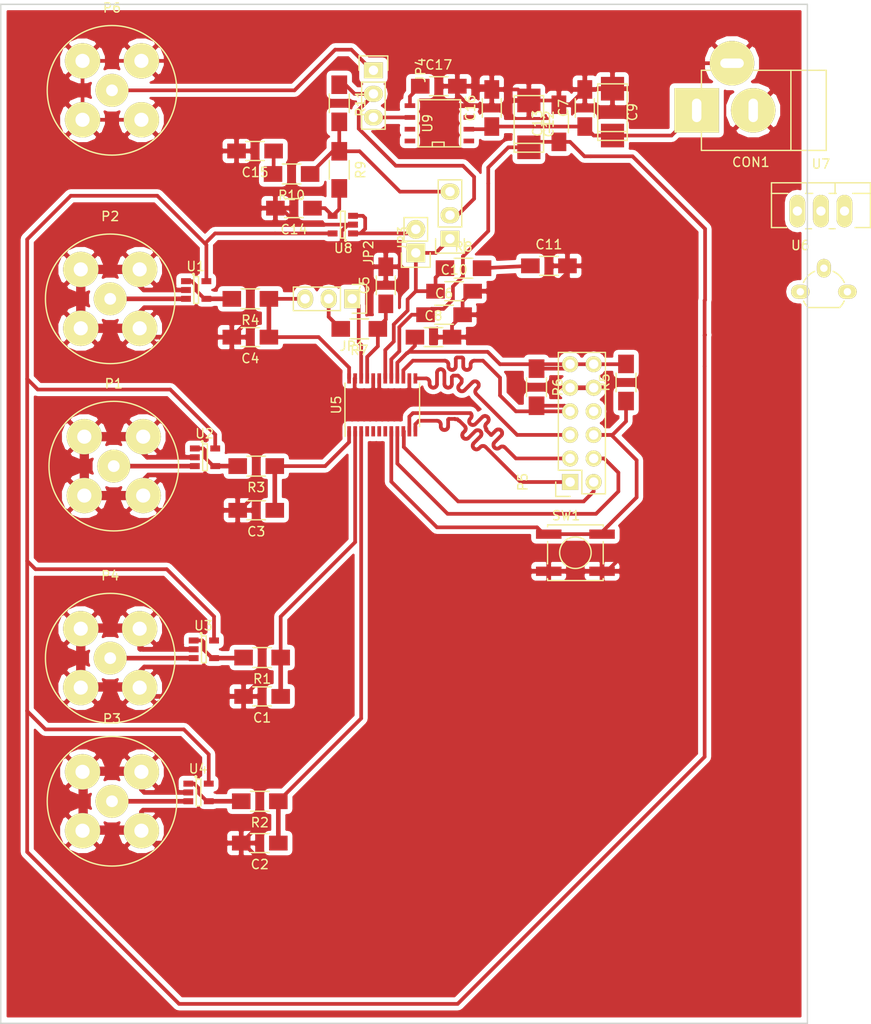
<source format=kicad_pcb>
(kicad_pcb (version 4) (host pcbnew 4.0.0-stable)
  (layers (0 F.Cu signal) (31 B.Cu signal) (34 B.Paste user) (35 F.Paste user) (36 B.SilkS user) (37 F.SilkS user) (38 B.Mask user) (39 F.Mask user) (44 Edge.Cuts user))
  (net 0 "")
  (net 1 "Net-(C1-Pad1)")
  (net 2 GNDA)
  (net 3 "Net-(C2-Pad1)")
  (net 4 "Net-(C3-Pad1)")
  (net 5 "Net-(C4-Pad1)")
  (net 6 "Net-(C5-Pad1)")
  (net 7 +5VA)
  (net 8 VCC)
  (net 9 +3V3)
  (net 10 "Net-(C10-Pad1)")
  (net 11 "Net-(C11-Pad1)")
  (net 12 "Net-(C14-Pad1)")
  (net 13 "Net-(C15-Pad1)")
  (net 14 "Net-(C17-Pad1)")
  (net 15 "Net-(JP1-Pad1)")
  (net 16 "Net-(JP1-Pad2)")
  (net 17 "Net-(JP2-Pad2)")
  (net 18 "Net-(JP3-Pad2)")
  (net 19 "Net-(JP3-Pad3)")
  (net 20 EXT_REF)
  (net 21 "Net-(JP4-Pad3)")
  (net 22 IN2)
  (net 23 IN1)
  (net 24 IN4)
  (net 25 IN3)
  (net 26 /~RESET)
  (net 27 /~CONVST)
  (net 28 /SDI)
  (net 29 /SDO)
  (net 30 /SCLK)
  (net 31 /FS/~CS)
  (net 32 "Net-(R1-Pad2)")
  (net 33 "Net-(R2-Pad2)")
  (net 34 "Net-(R3-Pad2)")
  (net 35 "Net-(R4-Pad2)")
  (net 36 /EOC/~INT~/CDI)
  (module Capacitors_SMD:C_1206_HandSoldering (layer F.Cu) (at 40.894 122.2375 180)
    (fp_text reference C1 (at 0 -2.3 180) (layer F.SilkS))
    (fp_text value 1.5n)
    (pad 1 smd rect (at -2 0 180) (size 2 1.6) (layers F.Cu F.Paste F.Mask) (net 1 "Net-(C1-Pad1)"))
    (pad 2 smd rect (at 2 0 180) (size 2 1.6) (layers F.Cu F.Paste F.Mask) (net 2 GNDA))
  )
  (module Capacitors_SMD:C_1206_HandSoldering (layer F.Cu) (at 40.64 138.049 180)
    (fp_text reference C2 (at 0 -2.3 180) (layer F.SilkS))
    (fp_text value 1.5n)
    (pad 1 smd rect (at -2 0 180) (size 2 1.6) (layers F.Cu F.Paste F.Mask) (net 3 "Net-(C2-Pad1)"))
    (pad 2 smd rect (at 2 0 180) (size 2 1.6) (layers F.Cu F.Paste F.Mask) (net 2 GNDA))
  )
  (module Capacitors_SMD:C_1206_HandSoldering (layer F.Cu) (at 40.259 102.1715 180)
    (fp_text reference C3 (at 0 -2.3 180) (layer F.SilkS))
    (fp_text value 1.5n)
    (pad 1 smd rect (at -2 0 180) (size 2 1.6) (layers F.Cu F.Paste F.Mask) (net 4 "Net-(C3-Pad1)"))
    (pad 2 smd rect (at 2 0 180) (size 2 1.6) (layers F.Cu F.Paste F.Mask) (net 2 GNDA))
  )
  (module Capacitors_SMD:C_1206_HandSoldering (layer F.Cu) (at 39.624 83.5025 180)
    (fp_text reference C4 (at 0 -2.3 180) (layer F.SilkS))
    (fp_text value 1.5n)
    (pad 1 smd rect (at -2 0 180) (size 2 1.6) (layers F.Cu F.Paste F.Mask) (net 5 "Net-(C4-Pad1)"))
    (pad 2 smd rect (at 2 0 180) (size 2 1.6) (layers F.Cu F.Paste F.Mask) (net 2 GNDA))
  )
  (module Capacitors_SMD:C_1206_HandSoldering (layer F.Cu) (at 54.229 77.9145 90)
    (fp_text reference C5 (at 0 -2.3 90) (layer F.SilkS))
    (fp_text value 750p)
    (pad 1 smd rect (at -2 0 90) (size 2 1.6) (layers F.Cu F.Paste F.Mask) (net 6 "Net-(C5-Pad1)"))
    (pad 2 smd rect (at 2 0 90) (size 2 1.6) (layers F.Cu F.Paste F.Mask) (net 2 GNDA))
  )
  (module Capacitors_SMD:C_1206_HandSoldering (layer F.Cu) (at 60.5155 81.0895)
    (fp_text reference C6 (at 0 -2.3) (layer F.SilkS))
    (fp_text value 0.1u)
    (pad 1 smd rect (at -2 0) (size 2 1.6) (layers F.Cu F.Paste F.Mask) (net 7 +5VA))
    (pad 2 smd rect (at 2 0) (size 2 1.6) (layers F.Cu F.Paste F.Mask) (net 2 GNDA))
  )
  (module Capacitors_SMD:C_1206_HandSoldering (layer F.Cu) (at 75.692 58.801 90)
    (fp_text reference C7 (at 0 -2.3 90) (layer F.SilkS))
    (fp_text value 1u)
    (pad 1 smd rect (at -2 0 90) (size 2 1.6) (layers F.Cu F.Paste F.Mask) (net 8 VCC))
    (pad 2 smd rect (at 2 0 90) (size 2 1.6) (layers F.Cu F.Paste F.Mask) (net 2 GNDA))
  )
  (module Capacitors_SMD:C_1206_HandSoldering (layer F.Cu) (at 59.3725 83.5025)
    (fp_text reference C8 (at 0 -2.3) (layer F.SilkS))
    (fp_text value 0.1u)
    (pad 1 smd rect (at -2 0) (size 2 1.6) (layers F.Cu F.Paste F.Mask) (net 9 +3V3))
    (pad 2 smd rect (at 2 0) (size 2 1.6) (layers F.Cu F.Paste F.Mask) (net 2 GNDA))
  )
  (module Capacitors_Tantalum_SMD:TantalC_SizeU_EIA-6032 (layer F.Cu) (at 78.6765 59.2455 270)
    (fp_text reference C9 (at 0 -2.159 270) (layer F.SilkS))
    (fp_text value 10u)
    (pad 1 smd rect (at 2.52476 0 270) (size 2.55016 2.49936) (layers F.Cu F.Paste F.Mask) (net 8 VCC))
    (pad 2 smd rect (at -2.52476 0 270) (size 2.55016 2.49936) (layers F.Cu F.Paste F.Mask) (net 2 GNDA))
  )
  (module Capacitors_SMD:C_1206_HandSoldering (layer F.Cu) (at 61.595 78.5495)
    (fp_text reference C10 (at 0 -2.3) (layer F.SilkS))
    (fp_text value 1u)
    (pad 1 smd rect (at -2 0) (size 2 1.6) (layers F.Cu F.Paste F.Mask) (net 10 "Net-(C10-Pad1)"))
    (pad 2 smd rect (at 2 0) (size 2 1.6) (layers F.Cu F.Paste F.Mask) (net 2 GNDA))
  )
  (module Capacitors_SMD:C_1206_HandSoldering (layer F.Cu) (at 71.8185 75.819)
    (fp_text reference C11 (at 0 -2.3) (layer F.SilkS))
    (fp_text value 10u)
    (pad 1 smd rect (at -2 0) (size 2 1.6) (layers F.Cu F.Paste F.Mask) (net 11 "Net-(C11-Pad1)"))
    (pad 2 smd rect (at 2 0) (size 2 1.6) (layers F.Cu F.Paste F.Mask) (net 2 GNDA))
  )
  (module Capacitors_Tantalum_SMD:TantalC_SizeU_EIA-6032 (layer F.Cu) (at 69.6595 60.5155 270)
    (fp_text reference C12 (at 0 -2.159 270) (layer F.SilkS))
    (fp_text value "10u tant")
    (pad 1 smd rect (at 2.52476 0 270) (size 2.55016 2.49936) (layers F.Cu F.Paste F.Mask) (net 7 +5VA))
    (pad 2 smd rect (at -2.52476 0 270) (size 2.55016 2.49936) (layers F.Cu F.Paste F.Mask) (net 2 GNDA))
  )
  (module Capacitors_SMD:C_1206_HandSoldering (layer F.Cu) (at 72.898 60.452 90)
    (fp_text reference C13 (at 0 -2.3 90) (layer F.SilkS))
    (fp_text value 1u)
    (pad 1 smd rect (at -2 0 90) (size 2 1.6) (layers F.Cu F.Paste F.Mask) (net 7 +5VA))
    (pad 2 smd rect (at 2 0 90) (size 2 1.6) (layers F.Cu F.Paste F.Mask) (net 2 GNDA))
  )
  (module Capacitors_SMD:C_1206_HandSoldering (layer F.Cu) (at 44.323 69.596 180)
    (fp_text reference C14 (at 0 -2.3 180) (layer F.SilkS))
    (fp_text value 10u)
    (pad 1 smd rect (at -2 0 180) (size 2 1.6) (layers F.Cu F.Paste F.Mask) (net 12 "Net-(C14-Pad1)"))
    (pad 2 smd rect (at 2 0 180) (size 2 1.6) (layers F.Cu F.Paste F.Mask) (net 2 GNDA))
  )
  (module Capacitors_SMD:C_1206_HandSoldering (layer F.Cu) (at 40.132 63.4365 180)
    (fp_text reference C15 (at 0 -2.3 180) (layer F.SilkS))
    (fp_text value 10u)
    (pad 1 smd rect (at -2 0 180) (size 2 1.6) (layers F.Cu F.Paste F.Mask) (net 13 "Net-(C15-Pad1)"))
    (pad 2 smd rect (at 2 0 180) (size 2 1.6) (layers F.Cu F.Paste F.Mask) (net 2 GNDA))
  )
  (module Capacitors_SMD:C_1206_HandSoldering (layer F.Cu) (at 65.659 58.801 90)
    (fp_text reference C16 (at 0 -2.3 90) (layer F.SilkS))
    (fp_text value 10u)
    (pad 1 smd rect (at -2 0 90) (size 2 1.6) (layers F.Cu F.Paste F.Mask) (net 8 VCC))
    (pad 2 smd rect (at 2 0 90) (size 2 1.6) (layers F.Cu F.Paste F.Mask) (net 2 GNDA))
  )
  (module Capacitors_SMD:C_1206_HandSoldering (layer F.Cu) (at 59.944 56.4515)
    (fp_text reference C17 (at 0 -2.3) (layer F.SilkS))
    (fp_text value 1u)
    (pad 1 smd rect (at -2 0) (size 2 1.6) (layers F.Cu F.Paste F.Mask) (net 14 "Net-(C17-Pad1)"))
    (pad 2 smd rect (at 2 0) (size 2 1.6) (layers F.Cu F.Paste F.Mask) (net 2 GNDA))
  )
  (module Connect:JACK_ALIM (layer F.Cu) (at 93.853 59.055 180)
    (fp_text reference CON1 (at 0.254 -5.588 180) (layer F.SilkS))
    (fp_text value BARREL_JACK)
    (pad 2 thru_hole circle (at 0 0 180) (size 4.8006 4.8006) (drill oval 1.016 2.54) (layers *.Cu *.Mask F.SilkS) (net 2 GNDA))
    (pad 1 thru_hole rect (at 6.096 0 180) (size 4.8006 4.8006) (drill oval 1.016 2.54) (layers *.Cu *.Mask F.SilkS) (net 8 VCC))
    (pad 3 thru_hole circle (at 2.286 5.08 180) (size 4.8006 4.8006) (drill oval 2.54 1.016) (layers *.Cu *.Mask F.SilkS) (net 2 GNDA))
  )
  (module Socket_Strips:Socket_Strip_Straight_1x03 (layer F.Cu) (at 50.6095 79.375 180)
    (fp_text reference JP1 (at 0 -5.1 180) (layer F.SilkS))
    (fp_text value JUMPER3)
    (pad 1 thru_hole rect (at 0 0 180) (size 1.7272 2.032) (drill 1.016) (layers *.Cu *.Mask F.SilkS) (net 15 "Net-(JP1-Pad1)"))
    (pad 2 thru_hole oval (at 2.54 0 180) (size 1.7272 2.032) (drill 1.016) (layers *.Cu *.Mask F.SilkS) (net 16 "Net-(JP1-Pad2)"))
    (pad 3 thru_hole oval (at 5.08 0 180) (size 1.7272 2.032) (drill 1.016) (layers *.Cu *.Mask F.SilkS) (net 5 "Net-(C4-Pad1)"))
  )
  (module Socket_Strips:Socket_Strip_Straight_1x02 (layer F.Cu) (at 57.4675 74.422 90)
    (fp_text reference JP2 (at 0 -5.1 90) (layer F.SilkS))
    (fp_text value JUMPER)
    (pad 1 thru_hole rect (at 0 0 90) (size 2.032 2.032) (drill 1.016) (layers *.Cu *.Mask F.SilkS) (net 10 "Net-(C10-Pad1)"))
    (pad 2 thru_hole oval (at 2.54 0 90) (size 2.032 2.032) (drill 1.016) (layers *.Cu *.Mask F.SilkS) (net 17 "Net-(JP2-Pad2)"))
  )
  (module Socket_Strips:Socket_Strip_Straight_1x03 (layer F.Cu) (at 61.1505 72.898 90)
    (fp_text reference JP3 (at 0 -5.1 90) (layer F.SilkS))
    (fp_text value JUMPER3)
    (pad 1 thru_hole rect (at 0 0 90) (size 1.7272 2.032) (drill 1.016) (layers *.Cu *.Mask F.SilkS) (net 10 "Net-(C10-Pad1)"))
    (pad 2 thru_hole oval (at 2.54 0 90) (size 1.7272 2.032) (drill 1.016) (layers *.Cu *.Mask F.SilkS) (net 18 "Net-(JP3-Pad2)"))
    (pad 3 thru_hole oval (at 5.08 0 90) (size 1.7272 2.032) (drill 1.016) (layers *.Cu *.Mask F.SilkS) (net 19 "Net-(JP3-Pad3)"))
  )
  (module Socket_Strips:Socket_Strip_Straight_1x03 (layer F.Cu) (at 52.8955 54.737 270)
    (fp_text reference JP4 (at 0 -5.1 270) (layer F.SilkS))
    (fp_text value JUMPER3)
    (pad 1 thru_hole rect (at 0 0 270) (size 1.7272 2.032) (drill 1.016) (layers *.Cu *.Mask F.SilkS) (net 20 EXT_REF))
    (pad 2 thru_hole oval (at 2.54 0 270) (size 1.7272 2.032) (drill 1.016) (layers *.Cu *.Mask F.SilkS) (net 18 "Net-(JP3-Pad2)"))
    (pad 3 thru_hole oval (at 5.08 0 270) (size 1.7272 2.032) (drill 1.016) (layers *.Cu *.Mask F.SilkS) (net 21 "Net-(JP4-Pad3)"))
  )
  (module Connect:bnc-ci (layer F.Cu) (at 24.892 97.409)
    (fp_text reference P1 (at 0 -8.89) (layer F.SilkS))
    (fp_text value BNC)
    (pad 2 thru_hole circle (at -3.175 -3.175) (size 3.81 3.81) (drill 1.524) (layers *.Cu *.Mask F.SilkS) (net 2 GNDA))
    (pad 1 thru_hole circle (at 0 0) (size 3.556 3.556) (drill 1.27) (layers *.Cu *.Mask F.SilkS) (net 22 IN2))
    (pad 2 thru_hole circle (at 3.175 -3.175) (size 3.81 3.81) (drill 1.524) (layers *.Cu *.Mask F.SilkS) (net 2 GNDA))
    (pad 2 thru_hole circle (at -3.175 3.175) (size 3.81 3.81) (drill 1.524) (layers *.Cu *.Mask F.SilkS) (net 2 GNDA))
    (pad 2 thru_hole circle (at 3.175 3.175) (size 3.81 3.81) (drill 1.524) (layers *.Cu *.Mask F.SilkS) (net 2 GNDA))
  )
  (module Connect:bnc-ci (layer F.Cu) (at 24.511 79.375)
    (fp_text reference P2 (at 0 -8.89) (layer F.SilkS))
    (fp_text value BNC)
    (pad 2 thru_hole circle (at -3.175 -3.175) (size 3.81 3.81) (drill 1.524) (layers *.Cu *.Mask F.SilkS) (net 2 GNDA))
    (pad 1 thru_hole circle (at 0 0) (size 3.556 3.556) (drill 1.27) (layers *.Cu *.Mask F.SilkS) (net 23 IN1))
    (pad 2 thru_hole circle (at 3.175 -3.175) (size 3.81 3.81) (drill 1.524) (layers *.Cu *.Mask F.SilkS) (net 2 GNDA))
    (pad 2 thru_hole circle (at -3.175 3.175) (size 3.81 3.81) (drill 1.524) (layers *.Cu *.Mask F.SilkS) (net 2 GNDA))
    (pad 2 thru_hole circle (at 3.175 3.175) (size 3.81 3.81) (drill 1.524) (layers *.Cu *.Mask F.SilkS) (net 2 GNDA))
  )
  (module Connect:bnc-ci (layer F.Cu) (at 24.7015 133.5405)
    (fp_text reference P3 (at 0 -8.89) (layer F.SilkS))
    (fp_text value BNC)
    (pad 2 thru_hole circle (at -3.175 -3.175) (size 3.81 3.81) (drill 1.524) (layers *.Cu *.Mask F.SilkS) (net 2 GNDA))
    (pad 1 thru_hole circle (at 0 0) (size 3.556 3.556) (drill 1.27) (layers *.Cu *.Mask F.SilkS) (net 24 IN4))
    (pad 2 thru_hole circle (at 3.175 -3.175) (size 3.81 3.81) (drill 1.524) (layers *.Cu *.Mask F.SilkS) (net 2 GNDA))
    (pad 2 thru_hole circle (at -3.175 3.175) (size 3.81 3.81) (drill 1.524) (layers *.Cu *.Mask F.SilkS) (net 2 GNDA))
    (pad 2 thru_hole circle (at 3.175 3.175) (size 3.81 3.81) (drill 1.524) (layers *.Cu *.Mask F.SilkS) (net 2 GNDA))
  )
  (module Connect:bnc-ci (layer F.Cu) (at 24.511 118.11)
    (fp_text reference P4 (at 0 -8.89) (layer F.SilkS))
    (fp_text value BNC)
    (pad 2 thru_hole circle (at -3.175 -3.175) (size 3.81 3.81) (drill 1.524) (layers *.Cu *.Mask F.SilkS) (net 2 GNDA))
    (pad 1 thru_hole circle (at 0 0) (size 3.556 3.556) (drill 1.27) (layers *.Cu *.Mask F.SilkS) (net 25 IN3))
    (pad 2 thru_hole circle (at 3.175 -3.175) (size 3.81 3.81) (drill 1.524) (layers *.Cu *.Mask F.SilkS) (net 2 GNDA))
    (pad 2 thru_hole circle (at -3.175 3.175) (size 3.81 3.81) (drill 1.524) (layers *.Cu *.Mask F.SilkS) (net 2 GNDA))
    (pad 2 thru_hole circle (at 3.175 3.175) (size 3.81 3.81) (drill 1.524) (layers *.Cu *.Mask F.SilkS) (net 2 GNDA))
  )
  (module Socket_Strips:Socket_Strip_Straight_2x06 (layer F.Cu) (at 74.1045 99.1235 90)
    (fp_text reference P5 (at 0 -5.1 90) (layer F.SilkS))
    (fp_text value CONN_02X06)
    (pad 1 thru_hole rect (at 0 0 90) (size 1.7272 1.7272) (drill 1.016) (layers *.Cu *.Mask F.SilkS) (net 28 /SDI))
    (pad 2 thru_hole oval (at 0 2.54 90) (size 1.7272 1.7272) (drill 1.016) (layers *.Cu *.Mask F.SilkS) (net 30 /SCLK))
    (pad 3 thru_hole oval (at 2.54 0 90) (size 1.7272 1.7272) (drill 1.016) (layers *.Cu *.Mask F.SilkS) (net 31 /FS/~CS))
    (pad 4 thru_hole oval (at 2.54 2.54 90) (size 1.7272 1.7272) (drill 1.016) (layers *.Cu *.Mask F.SilkS) (net 36 /EOC/~INT~/CDI))
    (pad 5 thru_hole oval (at 5.08 0 90) (size 1.7272 1.7272) (drill 1.016) (layers *.Cu *.Mask F.SilkS) (net 29 /SDO))
    (pad 6 thru_hole oval (at 5.08 2.54 90) (size 1.7272 1.7272) (drill 1.016) (layers *.Cu *.Mask F.SilkS) (net 26 /~RESET))
    (pad 7 thru_hole oval (at 7.62 0 90) (size 1.7272 1.7272) (drill 1.016) (layers *.Cu *.Mask F.SilkS) (net 27 /~CONVST))
    (pad 8 thru_hole oval (at 7.62 2.54 90) (size 1.7272 1.7272) (drill 1.016) (layers *.Cu *.Mask F.SilkS))
    (pad 9 thru_hole oval (at 10.16 0 90) (size 1.7272 1.7272) (drill 1.016) (layers *.Cu *.Mask F.SilkS) (net 2 GNDA))
    (pad 10 thru_hole oval (at 10.16 2.54 90) (size 1.7272 1.7272) (drill 1.016) (layers *.Cu *.Mask F.SilkS) (net 2 GNDA))
    (pad 11 thru_hole oval (at 12.7 0 90) (size 1.7272 1.7272) (drill 1.016) (layers *.Cu *.Mask F.SilkS) (net 9 +3V3))
    (pad 12 thru_hole oval (at 12.7 2.54 90) (size 1.7272 1.7272) (drill 1.016) (layers *.Cu *.Mask F.SilkS) (net 9 +3V3))
  )
  (module Resistors_SMD:R_1206_HandSoldering (layer F.Cu) (at 40.894 118.0465 180)
    (fp_text reference R1 (at 0 -2.3 180) (layer F.SilkS))
    (fp_text value 40R)
    (pad 1 smd rect (at -2 0 180) (size 2 1.7) (layers F.Cu F.Paste F.Mask) (net 1 "Net-(C1-Pad1)"))
    (pad 2 smd rect (at 2 0 180) (size 2 1.7) (layers F.Cu F.Paste F.Mask) (net 32 "Net-(R1-Pad2)"))
  )
  (module Resistors_SMD:R_1206_HandSoldering (layer F.Cu) (at 40.64 133.5405 180)
    (fp_text reference R2 (at 0 -2.3 180) (layer F.SilkS))
    (fp_text value 40R)
    (pad 1 smd rect (at -2 0 180) (size 2 1.7) (layers F.Cu F.Paste F.Mask) (net 3 "Net-(C2-Pad1)"))
    (pad 2 smd rect (at 2 0 180) (size 2 1.7) (layers F.Cu F.Paste F.Mask) (net 33 "Net-(R2-Pad2)"))
  )
  (module Resistors_SMD:R_1206_HandSoldering (layer F.Cu) (at 40.259 97.409 180)
    (fp_text reference R3 (at 0 -2.3 180) (layer F.SilkS))
    (fp_text value 40R)
    (pad 1 smd rect (at -2 0 180) (size 2 1.7) (layers F.Cu F.Paste F.Mask) (net 4 "Net-(C3-Pad1)"))
    (pad 2 smd rect (at 2 0 180) (size 2 1.7) (layers F.Cu F.Paste F.Mask) (net 34 "Net-(R3-Pad2)"))
  )
  (module Resistors_SMD:R_1206_HandSoldering (layer F.Cu) (at 39.624 79.375 180)
    (fp_text reference R4 (at 0 -2.3 180) (layer F.SilkS))
    (fp_text value 40R)
    (pad 1 smd rect (at -2 0 180) (size 2 1.7) (layers F.Cu F.Paste F.Mask) (net 5 "Net-(C4-Pad1)"))
    (pad 2 smd rect (at 2 0 180) (size 2 1.7) (layers F.Cu F.Paste F.Mask) (net 35 "Net-(R4-Pad2)"))
  )
  (module Resistors_SMD:R_1206_HandSoldering (layer F.Cu) (at 80.137 88.392 90)
    (fp_text reference R5 (at 0 -2.3 90) (layer F.SilkS))
    (fp_text value 10K)
    (pad 1 smd rect (at -2 0 90) (size 2 1.7) (layers F.Cu F.Paste F.Mask) (net 26 /~RESET))
    (pad 2 smd rect (at 2 0 90) (size 2 1.7) (layers F.Cu F.Paste F.Mask) (net 9 +3V3))
  )
  (module Resistors_SMD:R_1206_HandSoldering (layer F.Cu) (at 70.485 88.9 270)
    (fp_text reference R6 (at 0 -2.3 270) (layer F.SilkS))
    (fp_text value 10K)
    (pad 1 smd rect (at -2 0 270) (size 2 1.7) (layers F.Cu F.Paste F.Mask) (net 9 +3V3))
    (pad 2 smd rect (at 2 0 270) (size 2 1.7) (layers F.Cu F.Paste F.Mask) (net 27 /~CONVST))
  )
  (module Resistors_SMD:R_1206_HandSoldering (layer F.Cu) (at 51.3715 82.6135 180)
    (fp_text reference R7 (at 0 -2.3 180) (layer F.SilkS))
    (fp_text value 34.8)
    (pad 1 smd rect (at -2 0 180) (size 2 1.7) (layers F.Cu F.Paste F.Mask) (net 6 "Net-(C5-Pad1)"))
    (pad 2 smd rect (at 2 0 180) (size 2 1.7) (layers F.Cu F.Paste F.Mask) (net 16 "Net-(JP1-Pad2)"))
  )
  (module Resistors_SMD:R_1206_HandSoldering (layer F.Cu) (at 62.611 76.073)
    (fp_text reference R8 (at 0 -2.3) (layer F.SilkS))
    (fp_text value 0.5R)
    (pad 1 smd rect (at -2 0) (size 2 1.7) (layers F.Cu F.Paste F.Mask) (net 10 "Net-(C10-Pad1)"))
    (pad 2 smd rect (at 2 0) (size 2 1.7) (layers F.Cu F.Paste F.Mask) (net 11 "Net-(C11-Pad1)"))
  )
  (module Resistors_SMD:R_1206_HandSoldering (layer F.Cu) (at 49.2125 65.4685 270)
    (fp_text reference R9 (at 0 -2.3 270) (layer F.SilkS))
    (fp_text value 10k)
    (pad 1 smd rect (at -2 0 270) (size 2 1.7) (layers F.Cu F.Paste F.Mask) (net 19 "Net-(JP3-Pad3)"))
    (pad 2 smd rect (at 2 0 270) (size 2 1.7) (layers F.Cu F.Paste F.Mask) (net 12 "Net-(C14-Pad1)"))
  )
  (module Resistors_SMD:R_1206_HandSoldering (layer F.Cu) (at 44.069 65.913 180)
    (fp_text reference R10 (at 0 -2.3 180) (layer F.SilkS))
    (fp_text value 0.5)
    (pad 1 smd rect (at -2 0 180) (size 2 1.7) (layers F.Cu F.Paste F.Mask) (net 19 "Net-(JP3-Pad3)"))
    (pad 2 smd rect (at 2 0 180) (size 2 1.7) (layers F.Cu F.Paste F.Mask) (net 13 "Net-(C15-Pad1)"))
  )
  (module Resistors_SMD:R_1206_HandSoldering (layer F.Cu) (at 49.2125 58.293 270)
    (fp_text reference R11 (at 0 -2.3 270) (layer F.SilkS))
    (fp_text value 10K)
    (pad 1 smd rect (at -2 0 270) (size 2 1.7) (layers F.Cu F.Paste F.Mask) (net 18 "Net-(JP3-Pad2)"))
    (pad 2 smd rect (at 2 0 270) (size 2 1.7) (layers F.Cu F.Paste F.Mask) (net 19 "Net-(JP3-Pad3)"))
  )
  (module Buttons_Switches_SMD:SW_SPST_EVPBF (layer F.Cu) (at 74.676 106.7435)
    (fp_text reference SW1 (at -1 -4) (layer F.SilkS))
    (fp_text value SW_PUSH_SMALL)
    (pad 1 smd rect (at 2.875 -2) (size 2.75 1) (layers F.Cu F.Paste F.Mask) (net 26 /~RESET))
    (pad 1 smd rect (at -2.875 -2) (size 2.75 1) (layers F.Cu F.Paste F.Mask) (net 26 /~RESET))
    (pad 2 smd rect (at -2.875 2) (size 2.75 1) (layers F.Cu F.Paste F.Mask) (net 2 GNDA))
    (pad 2 smd rect (at 2.875 2) (size 2.75 1) (layers F.Cu F.Paste F.Mask) (net 2 GNDA))
  )
  (module TO_SOT_Packages_SMD:SOT-23-5 (layer F.Cu) (at 33.782 78.4225)
    (fp_text reference U1 (at -0.05 -2.55) (layer F.SilkS))
    (fp_text value OPA320)
    (pad 1 smd rect (at -1.1 -0.95) (size 1.06 0.65) (layers F.Cu F.Paste F.Mask) (net 35 "Net-(R4-Pad2)"))
    (pad 2 smd rect (at -1.1 0) (size 1.06 0.65) (layers F.Cu F.Paste F.Mask) (net 2 GNDA))
    (pad 3 smd rect (at -1.1 0.95) (size 1.06 0.65) (layers F.Cu F.Paste F.Mask) (net 23 IN1))
    (pad 4 smd rect (at 1.1 0.95) (size 1.06 0.65) (layers F.Cu F.Paste F.Mask) (net 35 "Net-(R4-Pad2)"))
    (pad 5 smd rect (at 1.1 -0.95) (size 1.06 0.65) (layers F.Cu F.Paste F.Mask) (net 7 +5VA))
  )
  (module TO_SOT_Packages_SMD:SOT-23-5 (layer F.Cu) (at 34.7345 96.4565)
    (fp_text reference U2 (at -0.05 -2.55) (layer F.SilkS))
    (fp_text value OPA320)
    (pad 1 smd rect (at -1.1 -0.95) (size 1.06 0.65) (layers F.Cu F.Paste F.Mask) (net 34 "Net-(R3-Pad2)"))
    (pad 2 smd rect (at -1.1 0) (size 1.06 0.65) (layers F.Cu F.Paste F.Mask) (net 2 GNDA))
    (pad 3 smd rect (at -1.1 0.95) (size 1.06 0.65) (layers F.Cu F.Paste F.Mask) (net 22 IN2))
    (pad 4 smd rect (at 1.1 0.95) (size 1.06 0.65) (layers F.Cu F.Paste F.Mask) (net 34 "Net-(R3-Pad2)"))
    (pad 5 smd rect (at 1.1 -0.95) (size 1.06 0.65) (layers F.Cu F.Paste F.Mask) (net 7 +5VA))
  )
  (module TO_SOT_Packages_SMD:SOT-23-5 (layer F.Cu) (at 34.6075 117.1575)
    (fp_text reference U3 (at -0.05 -2.55) (layer F.SilkS))
    (fp_text value OPA320)
    (pad 1 smd rect (at -1.1 -0.95) (size 1.06 0.65) (layers F.Cu F.Paste F.Mask) (net 32 "Net-(R1-Pad2)"))
    (pad 2 smd rect (at -1.1 0) (size 1.06 0.65) (layers F.Cu F.Paste F.Mask) (net 2 GNDA))
    (pad 3 smd rect (at -1.1 0.95) (size 1.06 0.65) (layers F.Cu F.Paste F.Mask) (net 25 IN3))
    (pad 4 smd rect (at 1.1 0.95) (size 1.06 0.65) (layers F.Cu F.Paste F.Mask) (net 32 "Net-(R1-Pad2)"))
    (pad 5 smd rect (at 1.1 -0.95) (size 1.06 0.65) (layers F.Cu F.Paste F.Mask) (net 7 +5VA))
  )
  (module TO_SOT_Packages_SMD:SOT-23-5 (layer F.Cu) (at 34.036 132.588)
    (fp_text reference U4 (at -0.05 -2.55) (layer F.SilkS))
    (fp_text value OPA320)
    (pad 1 smd rect (at -1.1 -0.95) (size 1.06 0.65) (layers F.Cu F.Paste F.Mask) (net 33 "Net-(R2-Pad2)"))
    (pad 2 smd rect (at -1.1 0) (size 1.06 0.65) (layers F.Cu F.Paste F.Mask) (net 2 GNDA))
    (pad 3 smd rect (at -1.1 0.95) (size 1.06 0.65) (layers F.Cu F.Paste F.Mask) (net 24 IN4))
    (pad 4 smd rect (at 1.1 0.95) (size 1.06 0.65) (layers F.Cu F.Paste F.Mask) (net 33 "Net-(R2-Pad2)"))
    (pad 5 smd rect (at 1.1 -0.95) (size 1.06 0.65) (layers F.Cu F.Paste F.Mask) (net 7 +5VA))
  )
  (module Housings_SSOP:TSSOP-24_4.4x7.8mm_Pitch0.65mm (layer F.Cu) (at 53.848 90.805 90)
    (fp_text reference U5 (at 0 -4.95 90) (layer F.SilkS))
    (fp_text value ADS8331)
    (pad 1 smd rect (at -2.85 -3.575 90) (size 1.1 0.4) (layers F.Cu F.Paste F.Mask) (net 4 "Net-(C3-Pad1)"))
    (pad 2 smd rect (at -2.85 -2.925 90) (size 1.1 0.4) (layers F.Cu F.Paste F.Mask) (net 1 "Net-(C1-Pad1)"))
    (pad 3 smd rect (at -2.85 -2.275 90) (size 1.1 0.4) (layers F.Cu F.Paste F.Mask) (net 3 "Net-(C2-Pad1)"))
    (pad 4 smd rect (at -2.85 -1.625 90) (size 1.1 0.4) (layers F.Cu F.Paste F.Mask))
    (pad 5 smd rect (at -2.85 -0.975 90) (size 1.1 0.4) (layers F.Cu F.Paste F.Mask))
    (pad 6 smd rect (at -2.85 -0.325 90) (size 1.1 0.4) (layers F.Cu F.Paste F.Mask))
    (pad 7 smd rect (at -2.85 0.325 90) (size 1.1 0.4) (layers F.Cu F.Paste F.Mask))
    (pad 8 smd rect (at -2.85 0.975 90) (size 1.1 0.4) (layers F.Cu F.Paste F.Mask) (net 26 /~RESET))
    (pad 9 smd rect (at -2.85 1.625 90) (size 1.1 0.4) (layers F.Cu F.Paste F.Mask) (net 36 /EOC/~INT~/CDI))
    (pad 10 smd rect (at -2.85 2.275 90) (size 1.1 0.4) (layers F.Cu F.Paste F.Mask) (net 30 /SCLK))
    (pad 11 smd rect (at -2.85 2.925 90) (size 1.1 0.4) (layers F.Cu F.Paste F.Mask) (net 31 /FS/~CS))
    (pad 12 smd rect (at -2.85 3.575 90) (size 1.1 0.4) (layers F.Cu F.Paste F.Mask) (net 28 /SDI))
    (pad 13 smd rect (at 2.85 3.575 90) (size 1.1 0.4) (layers F.Cu F.Paste F.Mask) (net 29 /SDO))
    (pad 14 smd rect (at 2.85 2.925 90) (size 1.1 0.4) (layers F.Cu F.Paste F.Mask) (net 2 GNDA))
    (pad 15 smd rect (at 2.85 2.275 90) (size 1.1 0.4) (layers F.Cu F.Paste F.Mask) (net 27 /~CONVST))
    (pad 16 smd rect (at 2.85 1.625 90) (size 1.1 0.4) (layers F.Cu F.Paste F.Mask) (net 9 +3V3))
    (pad 17 smd rect (at 2.85 0.975 90) (size 1.1 0.4) (layers F.Cu F.Paste F.Mask) (net 7 +5VA))
    (pad 18 smd rect (at 2.85 0.325 90) (size 1.1 0.4) (layers F.Cu F.Paste F.Mask) (net 10 "Net-(C10-Pad1)"))
    (pad 19 smd rect (at 2.85 -0.325 90) (size 1.1 0.4) (layers F.Cu F.Paste F.Mask) (net 2 GNDA))
    (pad 20 smd rect (at 2.85 -0.975 90) (size 1.1 0.4) (layers F.Cu F.Paste F.Mask) (net 2 GNDA))
    (pad 21 smd rect (at 2.85 -1.625 90) (size 1.1 0.4) (layers F.Cu F.Paste F.Mask) (net 6 "Net-(C5-Pad1)"))
    (pad 22 smd rect (at 2.85 -2.275 90) (size 1.1 0.4) (layers F.Cu F.Paste F.Mask) (net 15 "Net-(JP1-Pad1)"))
    (pad 23 smd rect (at 2.85 -2.925 90) (size 1.1 0.4) (layers F.Cu F.Paste F.Mask) (net 2 GNDA))
    (pad 24 smd rect (at 2.85 -3.575 90) (size 1.1 0.4) (layers F.Cu F.Paste F.Mask) (net 5 "Net-(C4-Pad1)"))
  )
  (module TO_SOT_Packages_THT:TO-92_Molded_Wide_Oval (layer F.Cu) (at 98.933 78.613)
    (fp_text reference U6 (at 0 -5) (layer F.SilkS))
    (fp_text value TL750L05)
    (pad 2 thru_hole oval (at 2.54 -2.54 90) (size 1.99898 1.50114) (drill 0.8) (layers *.Cu *.Mask F.SilkS))
    (pad 1 thru_hole oval (at 0 0 90) (size 1.50114 1.99898) (drill 0.8) (layers *.Cu *.Mask F.SilkS))
    (pad 3 thru_hole oval (at 5.08 0 90) (size 1.50114 1.99898) (drill 0.8) (layers *.Cu *.Mask F.SilkS))
  )
  (module TO_SOT_Packages_THT:TO-220_Neutral123_Vertical_LargePads (layer F.Cu) (at 101.1555 69.9135)
    (fp_text reference U7 (at 0 -5.08) (layer F.SilkS))
    (fp_text value L78S05)
    (pad 2 thru_hole oval (at 0 0 90) (size 3.50012 1.69926) (drill 1.00076) (layers *.Cu *.Mask F.SilkS))
    (pad 1 thru_hole oval (at -2.54 0 90) (size 3.50012 1.69926) (drill 1.00076) (layers *.Cu *.Mask F.SilkS))
    (pad 3 thru_hole oval (at 2.54 0 90) (size 3.50012 1.69926) (drill 1.00076) (layers *.Cu *.Mask F.SilkS))
  )
  (module TO_SOT_Packages_SMD:SOT-23-5 (layer F.Cu) (at 49.5935 71.374 180)
    (fp_text reference U8 (at -0.05 -2.55 180) (layer F.SilkS))
    (fp_text value OPA320)
    (pad 1 smd rect (at -1.1 -0.95 180) (size 1.06 0.65) (layers F.Cu F.Paste F.Mask) (net 17 "Net-(JP2-Pad2)"))
    (pad 2 smd rect (at -1.1 0 180) (size 1.06 0.65) (layers F.Cu F.Paste F.Mask) (net 2 GNDA))
    (pad 3 smd rect (at -1.1 0.95 180) (size 1.06 0.65) (layers F.Cu F.Paste F.Mask) (net 17 "Net-(JP2-Pad2)"))
    (pad 4 smd rect (at 1.1 0.95 180) (size 1.06 0.65) (layers F.Cu F.Paste F.Mask) (net 12 "Net-(C14-Pad1)"))
    (pad 5 smd rect (at 1.1 -0.95 180) (size 1.06 0.65) (layers F.Cu F.Paste F.Mask) (net 7 +5VA))
  )
  (module SMD_Packages:SOIC-8-N (layer F.Cu) (at 60.0075 60.452 90)
    (fp_text reference U9 (at 0 -1.27 90) (layer F.SilkS))
    (fp_text value REF5040)
    (pad 8 smd rect (at -1.905 -3.175 90) (size 0.508 1.143) (layers F.Cu F.Paste F.Mask))
    (pad 7 smd rect (at -0.635 -3.175 90) (size 0.508 1.143) (layers F.Cu F.Paste F.Mask))
    (pad 6 smd rect (at 0.635 -3.175 90) (size 0.508 1.143) (layers F.Cu F.Paste F.Mask) (net 21 "Net-(JP4-Pad3)"))
    (pad 5 smd rect (at 1.905 -3.175 90) (size 0.508 1.143) (layers F.Cu F.Paste F.Mask) (net 14 "Net-(C17-Pad1)"))
    (pad 4 smd rect (at 1.905 3.175 90) (size 0.508 1.143) (layers F.Cu F.Paste F.Mask) (net 2 GNDA))
    (pad 3 smd rect (at 0.635 3.175 90) (size 0.508 1.143) (layers F.Cu F.Paste F.Mask))
    (pad 2 smd rect (at -0.635 3.175 90) (size 0.508 1.143) (layers F.Cu F.Paste F.Mask) (net 8 VCC))
    (pad 1 smd rect (at -1.905 3.175 90) (size 0.508 1.143) (layers F.Cu F.Paste F.Mask))
  )
  (module Connect:bnc-ci (layer F.Cu) (at 24.7015 56.896)
    (fp_text reference P6 (at 0 -8.89) (layer F.SilkS))
    (fp_text value BNC)
    (pad 2 thru_hole circle (at -3.175 -3.175) (size 3.81 3.81) (drill 1.524) (layers *.Cu *.Mask F.SilkS) (net 2 GNDA))
    (pad 1 thru_hole circle (at 0 0) (size 3.556 3.556) (drill 1.27) (layers *.Cu *.Mask F.SilkS) (net 20 EXT_REF))
    (pad 2 thru_hole circle (at 3.175 -3.175) (size 3.81 3.81) (drill 1.524) (layers *.Cu *.Mask F.SilkS) (net 2 GNDA))
    (pad 2 thru_hole circle (at -3.175 3.175) (size 3.81 3.81) (drill 1.524) (layers *.Cu *.Mask F.SilkS) (net 2 GNDA))
    (pad 2 thru_hole circle (at 3.175 3.175) (size 3.81 3.81) (drill 1.524) (layers *.Cu *.Mask F.SilkS) (net 2 GNDA))
  )
  (gr_line (start 12.7 47.625) (end 12.7 157.48) (layer Edge.Cuts) (width 0.15))
  (gr_line (start 99.695 47.625) (end 12.7 47.625) (layer Edge.Cuts) (width 0.15))
  (gr_line (start 99.695 157.48) (end 99.695 47.625) (layer Edge.Cuts) (width 0.15))
  (gr_line (start 12.7 157.48) (end 99.695 157.48) (layer Edge.Cuts) (width 0.15))
  (segment (start 50.923 93.655) (end 50.923 105.6045) (width 0.4) (layer F.Cu) (net 1))
  (segment (start 42.894 113.6335) (end 42.894 118.0465) (width 0.4) (layer F.Cu) (net 1))
  (segment (start 50.923 105.6045) (end 42.894 113.6335) (width 0.4) (layer F.Cu) (net 1))
  (segment (start 42.894 118.0465) (end 42.894 122.2375) (width 0.5) (layer F.Cu) (net 1))
  (segment (start 27.8765 53.721) (end 44.7675 53.721) (width 0.4) (layer F.Cu) (net 2))
  (segment (start 44.7675 53.721) (end 47.752 50.7365) (width 0.4) (layer F.Cu) (net 2))
  (segment (start 21.5265 53.721) (end 24.220576 53.721) (width 0.4) (layer F.Cu) (net 2))
  (segment (start 24.220576 53.721) (end 27.8765 53.721) (width 0.4) (layer F.Cu) (net 2))
  (segment (start 21.5265 60.071) (end 21.5265 53.721) (width 0.4) (layer F.Cu) (net 2))
  (segment (start 27.8765 60.071) (end 21.5265 60.071) (width 0.4) (layer F.Cu) (net 2))
  (segment (start 38.132 63.4365) (end 31.242 63.4365) (width 0.4) (layer F.Cu) (net 2))
  (segment (start 31.242 63.4365) (end 27.8765 60.071) (width 0.4) (layer F.Cu) (net 2))
  (segment (start 78.6765 56.72074) (end 80.69326 56.72074) (width 0.4) (layer F.Cu) (net 2))
  (segment (start 83.439 53.975) (end 91.567 53.975) (width 0.4) (layer F.Cu) (net 2))
  (segment (start 80.69326 56.72074) (end 83.439 53.975) (width 0.4) (layer F.Cu) (net 2))
  (segment (start 72.898 58.452) (end 74.041 58.452) (width 0.4) (layer F.Cu) (net 2))
  (segment (start 74.041 58.452) (end 75.692 56.801) (width 0.4) (layer F.Cu) (net 2))
  (segment (start 69.6595 57.99074) (end 72.43674 57.99074) (width 0.4) (layer F.Cu) (net 2))
  (segment (start 72.43674 57.99074) (end 72.898 58.452) (width 0.4) (layer F.Cu) (net 2))
  (segment (start 65.659 56.801) (end 68.46976 56.801) (width 0.4) (layer F.Cu) (net 2))
  (segment (start 68.46976 56.801) (end 69.6595 57.99074) (width 0.4) (layer F.Cu) (net 2))
  (segment (start 38.64 138.049) (end 38.84 138.049) (width 0.4) (layer F.Cu) (net 2))
  (segment (start 38.84 138.049) (end 41.888 141.097) (width 0.4) (layer F.Cu) (net 2))
  (segment (start 41.888 141.097) (end 50.673 141.097) (width 0.4) (layer F.Cu) (net 2))
  (segment (start 67.1515 108.7435) (end 71.801 108.7435) (width 0.4) (layer F.Cu) (net 2))
  (segment (start 50.673 141.097) (end 65.3415 126.4285) (width 0.4) (layer F.Cu) (net 2))
  (segment (start 65.3415 110.5535) (end 67.1515 108.7435) (width 0.4) (layer F.Cu) (net 2))
  (segment (start 65.3415 126.4285) (end 65.3415 110.5535) (width 0.4) (layer F.Cu) (net 2))
  (segment (start 77.551 108.7435) (end 78.0735 108.7435) (width 0.4) (layer F.Cu) (net 2))
  (segment (start 78.0735 108.7435) (end 83.058 103.759) (width 0.4) (layer F.Cu) (net 2))
  (segment (start 83.058 103.759) (end 83.058 87.249) (width 0.4) (layer F.Cu) (net 2))
  (segment (start 76.6445 88.9635) (end 77.9145 88.9635) (width 0.4) (layer F.Cu) (net 2))
  (segment (start 81.534 83.5025) (end 61.3725 83.5025) (width 0.4) (layer F.Cu) (net 2))
  (segment (start 83.058 85.0265) (end 81.534 83.5025) (width 0.4) (layer F.Cu) (net 2))
  (segment (start 83.058 87.249) (end 83.058 85.0265) (width 0.4) (layer F.Cu) (net 2))
  (segment (start 81.915 88.392) (end 83.058 87.249) (width 0.4) (layer F.Cu) (net 2))
  (segment (start 78.486 88.392) (end 81.915 88.392) (width 0.4) (layer F.Cu) (net 2))
  (segment (start 77.9145 88.9635) (end 78.486 88.392) (width 0.4) (layer F.Cu) (net 2))
  (segment (start 38.259 102.1715) (end 38.481 102.1715) (width 0.4) (layer F.Cu) (net 2))
  (segment (start 38.481 102.1715) (end 40.259 100.3935) (width 0.4) (layer F.Cu) (net 2))
  (segment (start 40.259 87.4395) (end 40.1955 87.376) (width 0.4) (layer F.Cu) (net 2))
  (segment (start 40.259 100.3935) (end 40.259 87.4395) (width 0.4) (layer F.Cu) (net 2))
  (segment (start 38.894 122.2375) (end 38.9255 122.2375) (width 0.4) (layer F.Cu) (net 2))
  (segment (start 38.9255 122.2375) (end 41.021 120.142) (width 0.4) (layer F.Cu) (net 2))
  (segment (start 38.259 105.2515) (end 38.259 102.1715) (width 0.4) (layer F.Cu) (net 2))
  (segment (start 41.021 108.0135) (end 38.259 105.2515) (width 0.4) (layer F.Cu) (net 2))
  (segment (start 41.021 120.142) (end 41.021 108.0135) (width 0.4) (layer F.Cu) (net 2))
  (segment (start 38.894 122.2375) (end 38.894 126.8415) (width 0.4) (layer F.Cu) (net 2))
  (segment (start 38.894 126.8415) (end 40.5765 128.524) (width 0.4) (layer F.Cu) (net 2))
  (segment (start 40.5765 128.524) (end 40.5765 136.1125) (width 0.4) (layer F.Cu) (net 2))
  (segment (start 40.5765 136.1125) (end 38.64 138.049) (width 0.4) (layer F.Cu) (net 2))
  (segment (start 76.6445 88.9635) (end 74.1045 88.9635) (width 0.4) (layer F.Cu) (net 2))
  (segment (start 61.944 56.4515) (end 61.944 54.0065) (width 0.4) (layer F.Cu) (net 2))
  (segment (start 58.674 50.7365) (end 47.752 50.7365) (width 0.4) (layer F.Cu) (net 2))
  (segment (start 61.944 54.0065) (end 58.674 50.7365) (width 0.4) (layer F.Cu) (net 2))
  (segment (start 61.944 56.4515) (end 65.3095 56.4515) (width 0.4) (layer F.Cu) (net 2))
  (segment (start 65.3095 56.4515) (end 65.659 56.801) (width 0.4) (layer F.Cu) (net 2))
  (segment (start 61.944 56.4515) (end 61.944 57.3085) (width 0.4) (layer F.Cu) (net 2))
  (segment (start 61.944 57.3085) (end 63.1825 58.547) (width 0.4) (layer F.Cu) (net 2))
  (segment (start 42.323 69.596) (end 42.926 69.596) (width 0.4) (layer F.Cu) (net 2))
  (segment (start 42.926 69.596) (end 44.704 71.374) (width 0.4) (layer F.Cu) (net 2))
  (segment (start 44.704 71.374) (end 50.6935 71.374) (width 0.4) (layer F.Cu) (net 2))
  (segment (start 38.132 63.4365) (end 38.132 67.723) (width 0.4) (layer F.Cu) (net 2))
  (segment (start 38.132 67.723) (end 40.005 69.596) (width 0.4) (layer F.Cu) (net 2))
  (segment (start 40.005 69.596) (end 42.323 69.596) (width 0.4) (layer F.Cu) (net 2))
  (segment (start 71.801 108.7435) (end 77.551 108.7435) (width 0.4) (layer F.Cu) (net 2))
  (segment (start 50.6935 71.374) (end 50.165 71.374) (width 0.4) (layer F.Cu) (net 2))
  (segment (start 50.165 71.374) (end 49.4665 72.0725) (width 0.4) (layer F.Cu) (net 2))
  (segment (start 49.4665 72.0725) (end 49.4665 75.9145) (width 0.4) (layer F.Cu) (net 2))
  (segment (start 61.3725 83.5025) (end 61.3725 82.2325) (width 0.4) (layer F.Cu) (net 2))
  (segment (start 61.3725 82.2325) (end 62.5155 81.0895) (width 0.4) (layer F.Cu) (net 2))
  (segment (start 62.5155 81.0895) (end 62.5155 79.629) (width 0.4) (layer F.Cu) (net 2))
  (segment (start 62.5155 79.629) (end 63.595 78.5495) (width 0.4) (layer F.Cu) (net 2))
  (segment (start 73.8185 75.819) (end 73.8185 76.5495) (width 0.4) (layer F.Cu) (net 2))
  (segment (start 73.8185 76.5495) (end 71.8185 78.5495) (width 0.4) (layer F.Cu) (net 2))
  (segment (start 71.8185 78.5495) (end 63.595 78.5495) (width 0.4) (layer F.Cu) (net 2))
  (segment (start 54.229 75.9145) (end 49.4665 75.9145) (width 0.4) (layer F.Cu) (net 2))
  (segment (start 49.4665 75.9145) (end 40.9255 75.9145) (width 0.4) (layer F.Cu) (net 2))
  (segment (start 39.5605 81.566) (end 37.624 83.5025) (width 0.4) (layer F.Cu) (net 2))
  (segment (start 39.5605 77.2795) (end 39.5605 81.566) (width 0.4) (layer F.Cu) (net 2))
  (segment (start 40.9255 75.9145) (end 39.5605 77.2795) (width 0.4) (layer F.Cu) (net 2))
  (segment (start 21.336 130.175) (end 21.5265 130.3655) (width 0.4) (layer F.Cu) (net 2))
  (segment (start 21.717 114.554) (end 21.336 114.935) (width 0.4) (layer F.Cu) (net 2))
  (segment (start 21.336 93.853) (end 21.717 94.234) (width 0.4) (layer F.Cu) (net 2))
  (segment (start 56.773 87.955) (end 56.773 89.531) (width 0.4) (layer F.Cu) (net 2))
  (segment (start 56.388 89.916) (end 52.959 89.916) (width 0.4) (layer F.Cu) (net 2))
  (segment (start 56.773 89.531) (end 56.388 89.916) (width 0.4) (layer F.Cu) (net 2))
  (segment (start 53.523 87.955) (end 53.523 89.352) (width 0.4) (layer F.Cu) (net 2))
  (segment (start 52.959 89.916) (end 52.324 89.916) (width 0.4) (layer F.Cu) (net 2))
  (segment (start 53.523 89.352) (end 52.959 89.916) (width 0.4) (layer F.Cu) (net 2))
  (segment (start 52.873 87.955) (end 52.873 89.367) (width 0.4) (layer F.Cu) (net 2))
  (segment (start 52.324 89.916) (end 50.165 89.916) (width 0.4) (layer F.Cu) (net 2))
  (segment (start 52.873 89.367) (end 52.324 89.916) (width 0.4) (layer F.Cu) (net 2))
  (segment (start 37.624 83.5025) (end 37.624 84.8045) (width 0.4) (layer F.Cu) (net 2))
  (segment (start 37.624 84.8045) (end 40.1955 87.376) (width 0.4) (layer F.Cu) (net 2))
  (segment (start 40.1955 87.376) (end 42.7355 89.916) (width 0.4) (layer F.Cu) (net 2))
  (segment (start 42.7355 89.916) (end 50.165 89.916) (width 0.4) (layer F.Cu) (net 2))
  (segment (start 50.873002 89.207998) (end 50.873002 87.955) (width 0.4) (layer F.Cu) (net 2))
  (segment (start 50.165 89.916) (end 50.873002 89.207998) (width 0.4) (layer F.Cu) (net 2))
  (segment (start 50.873002 87.955) (end 50.923 87.955) (width 0.4) (layer F.Cu) (net 2))
  (segment (start 38.894 122.2375) (end 28.6385 122.2375) (width 0.5) (layer F.Cu) (net 2))
  (segment (start 28.6385 122.2375) (end 27.686 121.285) (width 0.5) (layer F.Cu) (net 2))
  (segment (start 38.64 138.049) (end 29.21 138.049) (width 0.5) (layer F.Cu) (net 2))
  (segment (start 29.21 138.049) (end 27.8765 136.7155) (width 0.5) (layer F.Cu) (net 2))
  (segment (start 37.624 83.5025) (end 28.6385 83.5025) (width 0.5) (layer F.Cu) (net 2))
  (segment (start 28.6385 83.5025) (end 27.686 82.55) (width 0.5) (layer F.Cu) (net 2))
  (segment (start 38.259 102.1715) (end 29.6545 102.1715) (width 0.5) (layer F.Cu) (net 2))
  (segment (start 29.6545 102.1715) (end 28.067 100.584) (width 0.5) (layer F.Cu) (net 2))
  (segment (start 27.8765 136.7155) (end 27.8765 134.6835) (width 0.5) (layer F.Cu) (net 2))
  (segment (start 28.067 134.493) (end 33.909 134.493) (width 0.5) (layer F.Cu) (net 2))
  (segment (start 27.8765 134.6835) (end 28.067 134.493) (width 0.5) (layer F.Cu) (net 2))
  (segment (start 27.8765 130.3655) (end 27.8765 132.2705) (width 0.5) (layer F.Cu) (net 2))
  (segment (start 27.8765 132.2705) (end 28.194 132.588) (width 0.5) (layer F.Cu) (net 2))
  (segment (start 28.194 132.588) (end 32.936 132.588) (width 0.5) (layer F.Cu) (net 2))
  (segment (start 28.067 100.584) (end 28.067 98.933) (width 0.5) (layer F.Cu) (net 2))
  (segment (start 28.067 98.933) (end 28.6385 98.3615) (width 0.5) (layer F.Cu) (net 2))
  (segment (start 28.6385 98.3615) (end 34.544 98.3615) (width 0.5) (layer F.Cu) (net 2))
  (segment (start 28.067 94.234) (end 28.067 96.012) (width 0.5) (layer F.Cu) (net 2))
  (segment (start 28.067 96.012) (end 28.5115 96.4565) (width 0.5) (layer F.Cu) (net 2))
  (segment (start 28.5115 96.4565) (end 33.6345 96.4565) (width 0.5) (layer F.Cu) (net 2))
  (segment (start 27.686 82.55) (end 27.686 80.8355) (width 0.5) (layer F.Cu) (net 2))
  (segment (start 27.686 80.8355) (end 28.194 80.3275) (width 0.5) (layer F.Cu) (net 2))
  (segment (start 33.7185 80.3275) (end 33.782 80.264) (width 0.5) (layer F.Cu) (net 2))
  (segment (start 28.194 80.3275) (end 33.7185 80.3275) (width 0.5) (layer F.Cu) (net 2))
  (segment (start 27.686 76.2) (end 27.686 77.976498) (width 0.5) (layer F.Cu) (net 2))
  (segment (start 27.686 77.976498) (end 28.132002 78.4225) (width 0.5) (layer F.Cu) (net 2))
  (segment (start 28.132002 78.4225) (end 32.682 78.4225) (width 0.5) (layer F.Cu) (net 2))
  (segment (start 27.686 121.285) (end 27.686 119.5705) (width 0.5) (layer F.Cu) (net 2))
  (segment (start 27.686 119.5705) (end 28.194 119.0625) (width 0.5) (layer F.Cu) (net 2))
  (segment (start 28.194 119.0625) (end 34.417 119.0625) (width 0.5) (layer F.Cu) (net 2))
  (segment (start 27.686 114.935) (end 27.686 116.774998) (width 0.5) (layer F.Cu) (net 2))
  (segment (start 27.686 116.774998) (end 28.068502 117.1575) (width 0.5) (layer F.Cu) (net 2))
  (segment (start 28.068502 117.1575) (end 33.5075 117.1575) (width 0.5) (layer F.Cu) (net 2))
  (segment (start 27.686 114.935) (end 27.686 117.094) (width 0.5) (layer F.Cu) (net 2))
  (segment (start 27.7495 117.1575) (end 33.5075 117.1575) (width 0.5) (layer F.Cu) (net 2))
  (segment (start 27.686 117.094) (end 27.7495 117.1575) (width 0.5) (layer F.Cu) (net 2))
  (segment (start 27.6225 121.2215) (end 27.6225 120.65) (width 0.5) (layer F.Cu) (net 2))
  (segment (start 27.6225 114.8715) (end 27.6225 115.5065) (width 0.5) (layer F.Cu) (net 2))
  (segment (start 21.336 121.2215) (end 27.686 121.2215) (width 1) (layer F.Cu) (net 2))
  (segment (start 21.336 114.8715) (end 21.336 121.2215) (width 1) (layer F.Cu) (net 2))
  (segment (start 21.336 114.8715) (end 27.686 114.8715) (width 1) (layer F.Cu) (net 2))
  (segment (start 21.59 136.652) (end 27.94 136.652) (width 1) (layer F.Cu) (net 2))
  (segment (start 21.59 130.302) (end 21.59 136.652) (width 1) (layer F.Cu) (net 2))
  (segment (start 21.59 130.302) (end 27.94 130.302) (width 1) (layer F.Cu) (net 2))
  (segment (start 21.336 82.55) (end 27.686 82.55) (width 1) (layer F.Cu) (net 2))
  (segment (start 21.336 76.2) (end 21.336 82.55) (width 1) (layer F.Cu) (net 2))
  (segment (start 21.336 76.2) (end 27.686 76.2) (width 1) (layer F.Cu) (net 2))
  (segment (start 21.463 76.073) (end 21.336 76.2) (width 1) (layer F.Cu) (net 2))
  (segment (start 21.717 100.584) (end 28.067 100.584) (width 1) (layer F.Cu) (net 2))
  (segment (start 21.717 94.234) (end 28.067 94.234) (width 1) (layer F.Cu) (net 2))
  (segment (start 21.717 94.234) (end 21.717 100.584) (width 1) (layer F.Cu) (net 2))
  (segment (start 51.573 93.655) (end 51.573 124.6075) (width 0.4) (layer F.Cu) (net 3))
  (segment (start 51.573 124.6075) (end 42.64 133.5405) (width 0.4) (layer F.Cu) (net 3))
  (segment (start 42.64 133.5405) (end 42.64 138.049) (width 0.5) (layer F.Cu) (net 3))
  (segment (start 50.273 93.655) (end 50.273 94.8245) (width 0.4) (layer F.Cu) (net 4))
  (segment (start 47.6885 97.409) (end 42.259 97.409) (width 0.4) (layer F.Cu) (net 4))
  (segment (start 50.273 94.8245) (end 47.6885 97.409) (width 0.4) (layer F.Cu) (net 4))
  (segment (start 42.259 97.409) (end 42.259 102.1715) (width 0.5) (layer F.Cu) (net 4))
  (segment (start 45.5295 79.375) (end 41.624 79.375) (width 0.4) (layer F.Cu) (net 5))
  (segment (start 50.273 87.955) (end 50.273 86.7855) (width 0.4) (layer F.Cu) (net 5))
  (segment (start 46.99 83.5025) (end 41.624 83.5025) (width 0.4) (layer F.Cu) (net 5))
  (segment (start 50.273 86.7855) (end 46.99 83.5025) (width 0.4) (layer F.Cu) (net 5))
  (segment (start 41.624 79.375) (end 41.624 83.5025) (width 0.5) (layer F.Cu) (net 5))
  (segment (start 53.3715 82.6135) (end 53.3715 82.455) (width 0.4) (layer F.Cu) (net 6))
  (segment (start 53.3715 82.455) (end 54.229 81.5975) (width 0.4) (layer F.Cu) (net 6))
  (segment (start 54.229 81.5975) (end 54.229 79.9145) (width 0.4) (layer F.Cu) (net 6))
  (segment (start 52.223 87.955) (end 52.223 85.6355) (width 0.4) (layer F.Cu) (net 6))
  (segment (start 53.3715 84.487) (end 53.3715 82.6135) (width 0.4) (layer F.Cu) (net 6))
  (segment (start 52.223 85.6355) (end 53.3715 84.487) (width 0.4) (layer F.Cu) (net 6))
  (segment (start 65.278 65.2145) (end 65.278 66.929) (width 0.4) (layer F.Cu) (net 7))
  (segment (start 65.278 66.929) (end 65.278 72.0725) (width 0.4) (layer F.Cu) (net 7))
  (segment (start 80.8355 64.008) (end 76.327 64.008) (width 0.4) (layer F.Cu) (net 7))
  (segment (start 72.898 62.452) (end 74.098 62.452) (width 0.4) (layer F.Cu) (net 7))
  (segment (start 75.654 64.008) (end 76.327 64.008) (width 0.4) (layer F.Cu) (net 7))
  (segment (start 74.098 62.452) (end 75.654 64.008) (width 0.4) (layer F.Cu) (net 7))
  (segment (start 72.898 62.452) (end 70.24776 62.452) (width 0.4) (layer F.Cu) (net 7))
  (segment (start 70.24776 62.452) (end 69.6595 63.04026) (width 0.4) (layer F.Cu) (net 7))
  (segment (start 69.6595 63.04026) (end 67.45224 63.04026) (width 0.4) (layer F.Cu) (net 7))
  (segment (start 67.45224 63.04026) (end 66.4845 64.008) (width 0.4) (layer F.Cu) (net 7))
  (segment (start 31.9405 155.3845) (end 61.976 155.3845) (width 0.4) (layer F.Cu) (net 7))
  (segment (start 15.5575 139.0015) (end 25.3365 148.7805) (width 0.4) (layer F.Cu) (net 7))
  (segment (start 25.3365 148.7805) (end 31.9405 155.3845) (width 0.4) (layer F.Cu) (net 7))
  (segment (start 88.6145 128.746) (end 88.6145 86.646) (width 0.4) (layer F.Cu) (net 7))
  (segment (start 61.976 155.3845) (end 88.6145 128.746) (width 0.4) (layer F.Cu) (net 7))
  (segment (start 15.5575 123.7615) (end 15.5575 139.0015) (width 0.4) (layer F.Cu) (net 7))
  (segment (start 88.66124 79.502) (end 88.66124 71.83374) (width 0.4) (layer F.Cu) (net 7))
  (segment (start 60.452 80.4545) (end 59.1505 80.4545) (width 0.4) (layer F.Cu) (net 7))
  (segment (start 61.468 79.4385) (end 60.452 80.4545) (width 0.4) (layer F.Cu) (net 7))
  (segment (start 61.468 78.0415) (end 61.468 79.4385) (width 0.4) (layer F.Cu) (net 7))
  (segment (start 62.5475 76.962) (end 61.468 78.0415) (width 0.4) (layer F.Cu) (net 7))
  (segment (start 62.5475 74.803) (end 62.5475 76.962) (width 0.4) (layer F.Cu) (net 7))
  (segment (start 65.278 72.0725) (end 62.5475 74.803) (width 0.4) (layer F.Cu) (net 7))
  (segment (start 66.4845 64.008) (end 65.278 65.2145) (width 0.4) (layer F.Cu) (net 7))
  (segment (start 88.66124 71.83374) (end 80.8355 64.008) (width 0.4) (layer F.Cu) (net 7))
  (segment (start 59.1505 80.4545) (end 58.5155 81.0895) (width 0.4) (layer F.Cu) (net 7))
  (segment (start 88.6145 83.312) (end 88.6145 79.54874) (width 0.4) (layer F.Cu) (net 7))
  (segment (start 88.6145 79.54874) (end 88.66124 79.502) (width 0.4) (layer F.Cu) (net 7))
  (segment (start 88.6145 86.646) (end 88.6145 83.312) (width 0.4) (layer F.Cu) (net 7))
  (segment (start 88.66124 83.26526) (end 88.6145 83.312) (width 0.4) (layer F.Cu) (net 7))
  (segment (start 48.4935 72.324) (end 42.2935 72.324) (width 0.4) (layer F.Cu) (net 7))
  (segment (start 42.2935 72.324) (end 35.8165 72.324) (width 0.4) (layer F.Cu) (net 7))
  (segment (start 35.8165 72.324) (end 34.7345 73.406) (width 0.4) (layer F.Cu) (net 7))
  (segment (start 54.823 87.955) (end 54.823 85.893) (width 0.4) (layer F.Cu) (net 7))
  (segment (start 57.023 81.0895) (end 58.5155 81.0895) (width 0.4) (layer F.Cu) (net 7))
  (segment (start 55.6895 82.423) (end 57.023 81.0895) (width 0.4) (layer F.Cu) (net 7))
  (segment (start 55.6895 85.0265) (end 55.6895 82.423) (width 0.4) (layer F.Cu) (net 7))
  (segment (start 54.823 85.893) (end 55.6895 85.0265) (width 0.4) (layer F.Cu) (net 7))
  (segment (start 35.7075 116.2075) (end 35.7075 113.622) (width 0.4) (layer F.Cu) (net 7))
  (segment (start 16.4465 108.5215) (end 15.5575 107.6325) (width 0.4) (layer F.Cu) (net 7))
  (segment (start 30.607 108.5215) (end 16.4465 108.5215) (width 0.4) (layer F.Cu) (net 7))
  (segment (start 35.7075 113.622) (end 30.607 108.5215) (width 0.4) (layer F.Cu) (net 7))
  (segment (start 35.8345 95.5065) (end 35.8345 94.0005) (width 0.4) (layer F.Cu) (net 7))
  (segment (start 16.7005 89.154) (end 15.5575 88.011) (width 0.4) (layer F.Cu) (net 7))
  (segment (start 30.988 89.154) (end 16.7005 89.154) (width 0.4) (layer F.Cu) (net 7))
  (segment (start 35.8345 94.0005) (end 30.988 89.154) (width 0.4) (layer F.Cu) (net 7))
  (segment (start 35.136 131.638) (end 35.136 128.481) (width 0.4) (layer F.Cu) (net 7))
  (segment (start 34.882 73.5535) (end 34.882 77.4725) (width 0.4) (layer F.Cu) (net 7))
  (segment (start 29.591 68.2625) (end 34.7345 73.406) (width 0.4) (layer F.Cu) (net 7))
  (segment (start 34.7345 73.406) (end 34.882 73.5535) (width 0.4) (layer F.Cu) (net 7))
  (segment (start 20.2565 68.2625) (end 29.591 68.2625) (width 0.4) (layer F.Cu) (net 7))
  (segment (start 15.5575 72.9615) (end 20.2565 68.2625) (width 0.4) (layer F.Cu) (net 7))
  (segment (start 15.5575 123.825) (end 15.5575 123.7615) (width 0.4) (layer F.Cu) (net 7))
  (segment (start 15.5575 123.7615) (end 15.5575 107.6325) (width 0.4) (layer F.Cu) (net 7))
  (segment (start 15.5575 107.6325) (end 15.5575 88.011) (width 0.4) (layer F.Cu) (net 7))
  (segment (start 15.5575 88.011) (end 15.5575 72.9615) (width 0.4) (layer F.Cu) (net 7))
  (segment (start 17.526 125.7935) (end 15.5575 123.825) (width 0.4) (layer F.Cu) (net 7))
  (segment (start 32.4485 125.7935) (end 17.526 125.7935) (width 0.4) (layer F.Cu) (net 7))
  (segment (start 35.136 128.481) (end 32.4485 125.7935) (width 0.4) (layer F.Cu) (net 7))
  (segment (start 75.692 60.801) (end 65.659 60.801) (width 0.4) (layer F.Cu) (net 8))
  (segment (start 78.6765 61.77026) (end 85.04174 61.77026) (width 0.4) (layer F.Cu) (net 8))
  (segment (start 85.04174 61.77026) (end 87.757 59.055) (width 0.4) (layer F.Cu) (net 8))
  (segment (start 78.6765 61.77026) (end 76.66126 61.77026) (width 0.4) (layer F.Cu) (net 8))
  (segment (start 76.66126 61.77026) (end 75.692 60.801) (width 0.4) (layer F.Cu) (net 8))
  (segment (start 63.1825 61.087) (end 65.373 61.087) (width 0.4) (layer F.Cu) (net 8))
  (segment (start 65.373 61.087) (end 65.659 60.801) (width 0.4) (layer F.Cu) (net 8))
  (segment (start 70.485 86.9) (end 73.628 86.9) (width 0.4) (layer F.Cu) (net 9))
  (segment (start 73.628 86.9) (end 74.1045 86.4235) (width 0.4) (layer F.Cu) (net 9))
  (segment (start 76.6445 86.4235) (end 80.1055 86.4235) (width 0.4) (layer F.Cu) (net 9))
  (segment (start 80.1055 86.4235) (end 80.137 86.392) (width 0.4) (layer F.Cu) (net 9))
  (segment (start 74.1045 86.4235) (end 66.548 86.4235) (width 0.4) (layer F.Cu) (net 9))
  (segment (start 56.7055 85.09) (end 56.5785 85.217) (width 0.4) (layer F.Cu) (net 9))
  (segment (start 65.2145 85.09) (end 56.7055 85.09) (width 0.4) (layer F.Cu) (net 9))
  (segment (start 66.548 86.4235) (end 65.2145 85.09) (width 0.4) (layer F.Cu) (net 9))
  (segment (start 76.6445 86.4235) (end 74.1045 86.4235) (width 0.4) (layer F.Cu) (net 9))
  (segment (start 57.3725 83.5025) (end 57.3725 84.423) (width 0.4) (layer F.Cu) (net 9))
  (segment (start 57.3725 84.423) (end 56.5785 85.217) (width 0.4) (layer F.Cu) (net 9))
  (segment (start 55.473 87.955) (end 55.473 86.259) (width 0.4) (layer F.Cu) (net 9))
  (segment (start 55.473 86.259) (end 56.515 85.217) (width 0.4) (layer F.Cu) (net 9))
  (segment (start 56.515 85.217) (end 56.5785 85.217) (width 0.4) (layer F.Cu) (net 9))
  (segment (start 57.4675 74.422) (end 59.6265 74.422) (width 0.4) (layer F.Cu) (net 10))
  (segment (start 59.6265 74.422) (end 61.1505 72.898) (width 0.4) (layer F.Cu) (net 10))
  (segment (start 59.595 78.5495) (end 59.595 77.089) (width 0.4) (layer F.Cu) (net 10))
  (segment (start 59.595 77.089) (end 60.611 76.073) (width 0.4) (layer F.Cu) (net 10))
  (segment (start 57.4675 74.422) (end 57.4675 78.5495) (width 0.4) (layer F.Cu) (net 10))
  (segment (start 54.173 87.955) (end 54.173 84.892) (width 0.4) (layer F.Cu) (net 10))
  (segment (start 57.4675 78.5495) (end 59.595 78.5495) (width 0.4) (layer F.Cu) (net 10))
  (segment (start 56.5785 79.4385) (end 57.4675 78.5495) (width 0.4) (layer F.Cu) (net 10))
  (segment (start 56.5785 80.645) (end 56.5785 79.4385) (width 0.4) (layer F.Cu) (net 10))
  (segment (start 55.089498 82.134002) (end 56.5785 80.645) (width 0.4) (layer F.Cu) (net 10))
  (segment (start 55.089498 83.975502) (end 55.089498 82.134002) (width 0.4) (layer F.Cu) (net 10))
  (segment (start 54.173 84.892) (end 55.089498 83.975502) (width 0.4) (layer F.Cu) (net 10))
  (segment (start 64.611 76.073) (end 69.8185 75.819) (width 0.4) (layer F.Cu) (net 11))
  (segment (start 46.323 69.596) (end 47.6655 69.596) (width 0.4) (layer F.Cu) (net 12))
  (segment (start 47.6655 69.596) (end 48.4935 70.424) (width 0.4) (layer F.Cu) (net 12))
  (segment (start 49.2125 67.4685) (end 49.2125 69.705) (width 0.4) (layer F.Cu) (net 12))
  (segment (start 49.2125 69.705) (end 48.4935 70.424) (width 0.4) (layer F.Cu) (net 12))
  (segment (start 42.132 63.4365) (end 42.132 65.85) (width 0.4) (layer F.Cu) (net 13))
  (segment (start 42.132 65.85) (end 42.069 65.913) (width 0.4) (layer F.Cu) (net 13))
  (segment (start 56.8325 58.547) (end 56.8325 57.563) (width 0.4) (layer F.Cu) (net 14))
  (segment (start 56.8325 57.563) (end 57.944 56.4515) (width 0.4) (layer F.Cu) (net 14))
  (segment (start 51.573 87.955) (end 51.573 84.339) (width 0.4) (layer F.Cu) (net 15))
  (segment (start 51.308 84.074) (end 51.308 80.0735) (width 0.4) (layer F.Cu) (net 15))
  (segment (start 51.573 84.339) (end 51.308 84.074) (width 0.4) (layer F.Cu) (net 15))
  (segment (start 51.308 80.0735) (end 50.6095 79.375) (width 0.4) (layer F.Cu) (net 15))
  (segment (start 48.0695 79.375) (end 48.0695 81.3115) (width 0.4) (layer F.Cu) (net 16))
  (segment (start 48.0695 81.3115) (end 49.3715 82.6135) (width 0.4) (layer F.Cu) (net 16))
  (segment (start 50.6935 70.424) (end 51.755 70.424) (width 0.4) (layer F.Cu) (net 17))
  (segment (start 52.0065 71.8185) (end 51.501 72.324) (width 0.4) (layer F.Cu) (net 17))
  (segment (start 52.0065 70.6755) (end 52.0065 71.8185) (width 0.4) (layer F.Cu) (net 17))
  (segment (start 51.755 70.424) (end 52.0065 70.6755) (width 0.4) (layer F.Cu) (net 17))
  (segment (start 50.6935 72.324) (end 51.501 72.324) (width 0.4) (layer F.Cu) (net 17))
  (segment (start 51.501 72.324) (end 57.0255 72.324) (width 0.4) (layer F.Cu) (net 17))
  (segment (start 57.0255 72.324) (end 57.4675 71.882) (width 0.4) (layer F.Cu) (net 17))
  (segment (start 52.8955 57.277) (end 52.8955 57.404) (width 0.4) (layer F.Cu) (net 18))
  (segment (start 52.8955 57.404) (end 51.308 58.9915) (width 0.4) (layer F.Cu) (net 18))
  (segment (start 63.754 68.58) (end 61.976 70.358) (width 0.4) (layer F.Cu) (net 18))
  (segment (start 63.754 66.2305) (end 63.754 68.58) (width 0.4) (layer F.Cu) (net 18))
  (segment (start 62.5475 65.024) (end 63.754 66.2305) (width 0.4) (layer F.Cu) (net 18))
  (segment (start 55.3085 65.024) (end 62.5475 65.024) (width 0.4) (layer F.Cu) (net 18))
  (segment (start 51.308 61.0235) (end 55.3085 65.024) (width 0.4) (layer F.Cu) (net 18))
  (segment (start 51.308 58.9915) (end 51.308 61.0235) (width 0.4) (layer F.Cu) (net 18))
  (segment (start 61.976 70.358) (end 61.1505 70.358) (width 0.4) (layer F.Cu) (net 18))
  (segment (start 49.2125 56.293) (end 49.8795 56.293) (width 0.4) (layer F.Cu) (net 18))
  (segment (start 49.8795 56.293) (end 50.8635 57.277) (width 0.4) (layer F.Cu) (net 18))
  (segment (start 50.8635 57.277) (end 52.8955 57.277) (width 0.4) (layer F.Cu) (net 18))
  (segment (start 49.2125 60.293) (end 49.2125 63.4685) (width 0.4) (layer F.Cu) (net 19))
  (segment (start 61.1505 67.818) (end 55.753 67.818) (width 0.4) (layer F.Cu) (net 19))
  (segment (start 51.4035 63.4685) (end 49.2125 63.4685) (width 0.4) (layer F.Cu) (net 19))
  (segment (start 55.753 67.818) (end 51.4035 63.4685) (width 0.4) (layer F.Cu) (net 19))
  (segment (start 49.2125 63.4685) (end 48.5135 63.4685) (width 0.4) (layer F.Cu) (net 19))
  (segment (start 48.5135 63.4685) (end 46.069 65.913) (width 0.4) (layer F.Cu) (net 19))
  (segment (start 24.7015 56.896) (end 44.3865 56.896) (width 0.4) (layer F.Cu) (net 20))
  (segment (start 44.3865 56.896) (end 48.768 52.5145) (width 0.4) (layer F.Cu) (net 20))
  (segment (start 48.768 52.5145) (end 50.5206 52.5145) (width 0.4) (layer F.Cu) (net 20))
  (segment (start 50.5206 52.5145) (end 52.7431 54.737) (width 0.4) (layer F.Cu) (net 20))
  (segment (start 52.7431 54.737) (end 52.8955 54.737) (width 0.4) (layer F.Cu) (net 20))
  (segment (start 52.8955 59.817) (end 56.8325 59.817) (width 0.4) (layer F.Cu) (net 21))
  (segment (start 24.892 97.409) (end 33.632 97.409) (width 0.5) (layer F.Cu) (net 22))
  (segment (start 33.632 97.409) (end 33.6345 97.4065) (width 0.5) (layer F.Cu) (net 22))
  (segment (start 24.511 79.375) (end 32.6795 79.375) (width 0.5) (layer F.Cu) (net 23))
  (segment (start 32.6795 79.375) (end 32.682 79.3725) (width 0.5) (layer F.Cu) (net 23))
  (segment (start 24.7015 133.5405) (end 32.9335 133.5405) (width 0.5) (layer F.Cu) (net 24))
  (segment (start 32.9335 133.5405) (end 32.936 133.538) (width 0.5) (layer F.Cu) (net 24))
  (segment (start 24.511 118.11) (end 33.505 118.11) (width 0.5) (layer F.Cu) (net 25))
  (segment (start 33.505 118.11) (end 33.5075 118.1075) (width 0.5) (layer F.Cu) (net 25))
  (segment (start 77.551 104.7435) (end 77.551 104.5035) (width 0.4) (layer F.Cu) (net 26))
  (segment (start 77.551 104.5035) (end 81.28 100.7745) (width 0.4) (layer F.Cu) (net 26))
  (segment (start 81.28 100.7745) (end 81.28 96.774) (width 0.4) (layer F.Cu) (net 26))
  (segment (start 81.28 96.774) (end 78.5495 94.0435) (width 0.4) (layer F.Cu) (net 26))
  (segment (start 78.5495 94.0435) (end 76.6445 94.0435) (width 0.4) (layer F.Cu) (net 26))
  (segment (start 70.5485 104.013) (end 59.7535 104.013) (width 0.4) (layer F.Cu) (net 26))
  (segment (start 71.801 104.7435) (end 71.279 104.7435) (width 0.4) (layer F.Cu) (net 26))
  (segment (start 71.279 104.7435) (end 70.5485 104.013) (width 0.4) (layer F.Cu) (net 26))
  (segment (start 76.6445 94.0435) (end 78.6765 94.0435) (width 0.4) (layer F.Cu) (net 26))
  (segment (start 80.137 92.583) (end 80.137 90.392) (width 0.4) (layer F.Cu) (net 26))
  (segment (start 78.6765 94.0435) (end 80.137 92.583) (width 0.4) (layer F.Cu) (net 26))
  (segment (start 54.823 99.0825) (end 54.823 93.655) (width 0.4) (layer F.Cu) (net 26))
  (segment (start 59.7535 104.013) (end 54.823 99.0825) (width 0.4) (layer F.Cu) (net 26))
  (segment (start 77.551 104.7435) (end 71.801 104.7435) (width 0.4) (layer F.Cu) (net 26))
  (segment (start 56.123 87.955) (end 56.123 87.0695) (width 0.4) (layer F.Cu) (net 27))
  (segment (start 61.783387 85.828559) (end 61.79633 85.791571) (width 0.4) (layer F.Cu) (net 27))
  (segment (start 62.404 85.6925) (end 62.442941 85.696888) (width 0.4) (layer F.Cu) (net 27))
  (segment (start 60.668008 86.052528) (end 60.752553 86.082112) (width 0.4) (layer F.Cu) (net 27))
  (segment (start 56.123 87.0695) (end 57.15 86.0425) (width 0.4) (layer F.Cu) (net 27))
  (segment (start 60.979 86.4425) (end 60.979 86.6425) (width 0.4) (layer F.Cu) (net 27))
  (segment (start 62.805446 87.002887) (end 62.889991 87.032471) (width 0.4) (layer F.Cu) (net 27))
  (segment (start 57.15 86.0425) (end 60.579 86.0425) (width 0.4) (layer F.Cu) (net 27))
  (segment (start 61.817179 85.75839) (end 61.844889 85.73068) (width 0.4) (layer F.Cu) (net 27))
  (segment (start 60.579 86.0425) (end 60.668008 86.052528) (width 0.4) (layer F.Cu) (net 27))
  (segment (start 66.548 89.789) (end 68.2625 91.5035) (width 0.4) (layer F.Cu) (net 27))
  (segment (start 62.51311 85.73068) (end 62.54082 85.75839) (width 0.4) (layer F.Cu) (net 27))
  (segment (start 61.954 85.6925) (end 62.404 85.6925) (width 0.4) (layer F.Cu) (net 27))
  (segment (start 60.752553 86.082112) (end 60.828395 86.129767) (width 0.4) (layer F.Cu) (net 27))
  (segment (start 61.844889 85.73068) (end 61.87807 85.709831) (width 0.4) (layer F.Cu) (net 27))
  (segment (start 60.828395 86.129767) (end 60.891732 86.193104) (width 0.4) (layer F.Cu) (net 27))
  (segment (start 60.891732 86.193104) (end 60.939387 86.268946) (width 0.4) (layer F.Cu) (net 27))
  (segment (start 63.291732 86.891895) (end 63.339387 86.816053) (width 0.4) (layer F.Cu) (net 27))
  (segment (start 61.552553 87.002887) (end 61.628395 86.955232) (width 0.4) (layer F.Cu) (net 27))
  (segment (start 60.939387 86.268946) (end 60.968971 86.353491) (width 0.4) (layer F.Cu) (net 27))
  (segment (start 62.979 87.0425) (end 63.068008 87.032471) (width 0.4) (layer F.Cu) (net 27))
  (segment (start 62.442941 85.696888) (end 62.479929 85.709831) (width 0.4) (layer F.Cu) (net 27))
  (segment (start 63.368971 86.731508) (end 63.379 86.6425) (width 0.4) (layer F.Cu) (net 27))
  (segment (start 61.066267 86.891895) (end 61.129604 86.955232) (width 0.4) (layer F.Cu) (net 27))
  (segment (start 60.968971 86.353491) (end 60.979 86.4425) (width 0.4) (layer F.Cu) (net 27))
  (segment (start 63.689991 86.052528) (end 63.779 86.0425) (width 0.4) (layer F.Cu) (net 27))
  (segment (start 61.289991 87.032471) (end 61.379 87.0425) (width 0.4) (layer F.Cu) (net 27))
  (segment (start 60.979 86.6425) (end 60.989028 86.731508) (width 0.4) (layer F.Cu) (net 27))
  (segment (start 61.779 85.8675) (end 61.783387 85.828559) (width 0.4) (layer F.Cu) (net 27))
  (segment (start 61.129604 86.955232) (end 61.205446 87.002887) (width 0.4) (layer F.Cu) (net 27))
  (segment (start 62.479929 85.709831) (end 62.51311 85.73068) (width 0.4) (layer F.Cu) (net 27))
  (segment (start 61.915058 85.696888) (end 61.954 85.6925) (width 0.4) (layer F.Cu) (net 27))
  (segment (start 68.2625 91.5035) (end 74.1045 91.5035) (width 0.4) (layer F.Cu) (net 27))
  (segment (start 61.691732 86.891895) (end 61.739387 86.816053) (width 0.4) (layer F.Cu) (net 27))
  (segment (start 62.579 86.6425) (end 62.589028 86.731508) (width 0.4) (layer F.Cu) (net 27))
  (segment (start 60.989028 86.731508) (end 61.018612 86.816053) (width 0.4) (layer F.Cu) (net 27))
  (segment (start 63.418612 86.268946) (end 63.466267 86.193104) (width 0.4) (layer F.Cu) (net 27))
  (segment (start 61.018612 86.816053) (end 61.066267 86.891895) (width 0.4) (layer F.Cu) (net 27))
  (segment (start 61.79633 85.791571) (end 61.817179 85.75839) (width 0.4) (layer F.Cu) (net 27))
  (segment (start 61.739387 86.816053) (end 61.768971 86.731508) (width 0.4) (layer F.Cu) (net 27))
  (segment (start 61.205446 87.002887) (end 61.289991 87.032471) (width 0.4) (layer F.Cu) (net 27))
  (segment (start 61.768971 86.731508) (end 61.779 86.6425) (width 0.4) (layer F.Cu) (net 27))
  (segment (start 61.379 87.0425) (end 61.468008 87.032471) (width 0.4) (layer F.Cu) (net 27))
  (segment (start 61.468008 87.032471) (end 61.552553 87.002887) (width 0.4) (layer F.Cu) (net 27))
  (segment (start 61.628395 86.955232) (end 61.691732 86.891895) (width 0.4) (layer F.Cu) (net 27))
  (segment (start 62.666267 86.891895) (end 62.729604 86.955232) (width 0.4) (layer F.Cu) (net 27))
  (segment (start 62.729604 86.955232) (end 62.805446 87.002887) (width 0.4) (layer F.Cu) (net 27))
  (segment (start 61.779 86.6425) (end 61.779 85.8675) (width 0.4) (layer F.Cu) (net 27))
  (segment (start 63.152553 87.002887) (end 63.228395 86.955232) (width 0.4) (layer F.Cu) (net 27))
  (segment (start 61.87807 85.709831) (end 61.915058 85.696888) (width 0.4) (layer F.Cu) (net 27))
  (segment (start 62.561669 85.791571) (end 62.574612 85.828559) (width 0.4) (layer F.Cu) (net 27))
  (segment (start 62.54082 85.75839) (end 62.561669 85.791571) (width 0.4) (layer F.Cu) (net 27))
  (segment (start 62.574612 85.828559) (end 62.579 85.8675) (width 0.4) (layer F.Cu) (net 27))
  (segment (start 63.379 86.4425) (end 63.389028 86.353491) (width 0.4) (layer F.Cu) (net 27))
  (segment (start 62.618612 86.816053) (end 62.666267 86.891895) (width 0.4) (layer F.Cu) (net 27))
  (segment (start 62.579 85.8675) (end 62.579 86.6425) (width 0.4) (layer F.Cu) (net 27))
  (segment (start 62.589028 86.731508) (end 62.618612 86.816053) (width 0.4) (layer F.Cu) (net 27))
  (segment (start 63.228395 86.955232) (end 63.291732 86.891895) (width 0.4) (layer F.Cu) (net 27))
  (segment (start 62.889991 87.032471) (end 62.979 87.0425) (width 0.4) (layer F.Cu) (net 27))
  (segment (start 63.068008 87.032471) (end 63.152553 87.002887) (width 0.4) (layer F.Cu) (net 27))
  (segment (start 63.339387 86.816053) (end 63.368971 86.731508) (width 0.4) (layer F.Cu) (net 27))
  (segment (start 63.379 86.6425) (end 63.379 86.4425) (width 0.4) (layer F.Cu) (net 27))
  (segment (start 63.389028 86.353491) (end 63.418612 86.268946) (width 0.4) (layer F.Cu) (net 27))
  (segment (start 63.466267 86.193104) (end 63.529604 86.129767) (width 0.4) (layer F.Cu) (net 27))
  (segment (start 63.529604 86.129767) (end 63.605446 86.082112) (width 0.4) (layer F.Cu) (net 27))
  (segment (start 63.605446 86.082112) (end 63.689991 86.052528) (width 0.4) (layer F.Cu) (net 27))
  (segment (start 63.779 86.0425) (end 64.7065 86.0425) (width 0.4) (layer F.Cu) (net 27))
  (segment (start 64.7065 86.0425) (end 66.548 87.884) (width 0.4) (layer F.Cu) (net 27))
  (segment (start 66.548 87.884) (end 66.548 89.789) (width 0.4) (layer F.Cu) (net 27))
  (segment (start 70.485 90.9) (end 73.501 90.9) (width 0.4) (layer F.Cu) (net 27))
  (segment (start 73.501 90.9) (end 74.1045 91.5035) (width 0.4) (layer F.Cu) (net 27))
  (segment (start 57.423 93.655) (end 57.423 92.8815) (width 0.4) (layer F.Cu) (net 28))
  (segment (start 59.927053 92.559112) (end 60.002895 92.606767) (width 0.4) (layer F.Cu) (net 28))
  (segment (start 57.423 92.8815) (end 57.785 92.5195) (width 0.4) (layer F.Cu) (net 28))
  (segment (start 60.642508 93.509471) (end 60.727053 93.479887) (width 0.4) (layer F.Cu) (net 28))
  (segment (start 60.163528 93.208508) (end 60.193112 93.293053) (width 0.4) (layer F.Cu) (net 28))
  (segment (start 57.785 92.5195) (end 59.7535 92.5195) (width 0.4) (layer F.Cu) (net 28))
  (segment (start 60.193112 93.293053) (end 60.240767 93.368895) (width 0.4) (layer F.Cu) (net 28))
  (segment (start 59.7535 92.5195) (end 59.842508 92.529528) (width 0.4) (layer F.Cu) (net 28))
  (segment (start 60.943471 93.208508) (end 60.9535 93.1195) (width 0.4) (layer F.Cu) (net 28))
  (segment (start 63.872855 95.584048) (end 63.96018 95.60398) (width 0.4) (layer F.Cu) (net 28))
  (segment (start 60.379946 93.479887) (end 60.464491 93.509471) (width 0.4) (layer F.Cu) (net 28))
  (segment (start 64.543875 93.97849) (end 64.523943 94.065816) (width 0.4) (layer F.Cu) (net 28))
  (segment (start 59.842508 92.529528) (end 59.927053 92.559112) (width 0.4) (layer F.Cu) (net 28))
  (segment (start 63.933578 93.595016) (end 64.014278 93.556151) (width 0.4) (layer F.Cu) (net 28))
  (segment (start 64.924885 95.292069) (end 64.994915 95.347916) (width 0.4) (layer F.Cu) (net 28))
  (segment (start 61.675752 92.322008) (end 61.696888 92.329404) (width 0.4) (layer F.Cu) (net 28))
  (segment (start 61.0535 92.3195) (end 61.6535 92.3195) (width 0.4) (layer F.Cu) (net 28))
  (segment (start 63.863549 93.650864) (end 63.933578 93.595016) (width 0.4) (layer F.Cu) (net 28))
  (segment (start 60.113887 92.745946) (end 60.143471 92.830491) (width 0.4) (layer F.Cu) (net 28))
  (segment (start 60.1535 93.1195) (end 60.163528 93.208508) (width 0.4) (layer F.Cu) (net 28))
  (segment (start 60.002895 92.606767) (end 60.066232 92.670104) (width 0.4) (layer F.Cu) (net 28))
  (segment (start 60.913887 93.293053) (end 60.943471 93.208508) (width 0.4) (layer F.Cu) (net 28))
  (segment (start 62.918386 94.472613) (end 63.005712 94.452681) (width 0.4) (layer F.Cu) (net 28))
  (segment (start 62.788026 93.580835) (end 62.73218 93.650865) (width 0.4) (layer F.Cu) (net 28))
  (segment (start 60.066232 92.670104) (end 60.113887 92.745946) (width 0.4) (layer F.Cu) (net 28))
  (segment (start 60.956007 92.397248) (end 60.963403 92.376112) (width 0.4) (layer F.Cu) (net 28))
  (segment (start 60.143471 92.830491) (end 60.1535 92.9195) (width 0.4) (layer F.Cu) (net 28))
  (segment (start 60.464491 93.509471) (end 60.5535 93.5195) (width 0.4) (layer F.Cu) (net 28))
  (segment (start 60.1535 92.9195) (end 60.1535 93.1195) (width 0.4) (layer F.Cu) (net 28))
  (segment (start 60.975316 92.357152) (end 60.991151 92.341317) (width 0.4) (layer F.Cu) (net 28))
  (segment (start 63.086413 94.413817) (end 63.156443 94.357971) (width 0.4) (layer F.Cu) (net 28))
  (segment (start 60.304104 93.432232) (end 60.379946 93.479887) (width 0.4) (layer F.Cu) (net 28))
  (segment (start 64.429234 94.216548) (end 63.722124 94.923653) (width 0.4) (layer F.Cu) (net 28))
  (segment (start 60.240767 93.368895) (end 60.304104 93.432232) (width 0.4) (layer F.Cu) (net 28))
  (segment (start 60.5535 93.5195) (end 60.642508 93.509471) (width 0.4) (layer F.Cu) (net 28))
  (segment (start 60.727053 93.479887) (end 60.802895 93.432232) (width 0.4) (layer F.Cu) (net 28))
  (segment (start 63.722124 94.923653) (end 63.666277 94.993682) (width 0.4) (layer F.Cu) (net 28))
  (segment (start 63.607482 95.251281) (end 63.627414 95.338607) (width 0.4) (layer F.Cu) (net 28))
  (segment (start 62.1665 92.5195) (end 62.73218 93.08518) (width 0.4) (layer F.Cu) (net 28))
  (segment (start 62.534911 93.862316) (end 62.496048 93.943017) (width 0.4) (layer F.Cu) (net 28))
  (segment (start 60.802895 93.432232) (end 60.866232 93.368895) (width 0.4) (layer F.Cu) (net 28))
  (segment (start 63.627414 95.338607) (end 63.666277 95.419308) (width 0.4) (layer F.Cu) (net 28))
  (segment (start 60.9535 93.1195) (end 60.9535 92.4195) (width 0.4) (layer F.Cu) (net 28))
  (segment (start 60.866232 93.368895) (end 60.913887 93.293053) (width 0.4) (layer F.Cu) (net 28))
  (segment (start 62.741489 94.452681) (end 62.828814 94.472613) (width 0.4) (layer F.Cu) (net 28))
  (segment (start 60.9535 92.4195) (end 60.956007 92.397248) (width 0.4) (layer F.Cu) (net 28))
  (segment (start 64.429233 93.650862) (end 64.48508 93.720892) (width 0.4) (layer F.Cu) (net 28))
  (segment (start 63.722124 95.489338) (end 63.792153 95.545184) (width 0.4) (layer F.Cu) (net 28))
  (segment (start 62.496048 93.943017) (end 62.476116 94.030343) (width 0.4) (layer F.Cu) (net 28))
  (segment (start 63.96018 95.60398) (end 64.049752 95.60398) (width 0.4) (layer F.Cu) (net 28))
  (segment (start 64.667287 95.233274) (end 64.756858 95.233274) (width 0.4) (layer F.Cu) (net 28))
  (segment (start 62.476116 94.119914) (end 62.496048 94.20724) (width 0.4) (layer F.Cu) (net 28))
  (segment (start 60.963403 92.376112) (end 60.975316 92.357152) (width 0.4) (layer F.Cu) (net 28))
  (segment (start 60.991151 92.341317) (end 61.010111 92.329404) (width 0.4) (layer F.Cu) (net 28))
  (segment (start 61.010111 92.329404) (end 61.031247 92.322008) (width 0.4) (layer F.Cu) (net 28))
  (segment (start 61.031247 92.322008) (end 61.0535 92.3195) (width 0.4) (layer F.Cu) (net 28))
  (segment (start 61.6535 92.3195) (end 61.675752 92.322008) (width 0.4) (layer F.Cu) (net 28))
  (segment (start 62.534911 94.287941) (end 62.590758 94.357971) (width 0.4) (layer F.Cu) (net 28))
  (segment (start 61.696888 92.329404) (end 61.715848 92.341317) (width 0.4) (layer F.Cu) (net 28))
  (segment (start 64.287809 95.489338) (end 64.42923 95.347916) (width 0.4) (layer F.Cu) (net 28))
  (segment (start 64.42923 95.347916) (end 64.49926 95.292069) (width 0.4) (layer F.Cu) (net 28))
  (segment (start 61.715848 92.341317) (end 61.731683 92.357152) (width 0.4) (layer F.Cu) (net 28))
  (segment (start 63.005712 94.452681) (end 63.086413 94.413817) (width 0.4) (layer F.Cu) (net 28))
  (segment (start 64.049752 95.60398) (end 64.137078 95.584048) (width 0.4) (layer F.Cu) (net 28))
  (segment (start 61.731683 92.357152) (end 61.947848 92.357152) (width 0.4) (layer F.Cu) (net 28))
  (segment (start 61.947848 92.357152) (end 62.110196 92.5195) (width 0.4) (layer F.Cu) (net 28))
  (segment (start 62.110196 92.5195) (end 62.1665 92.5195) (width 0.4) (layer F.Cu) (net 28))
  (segment (start 63.607482 95.161709) (end 63.607482 95.251281) (width 0.4) (layer F.Cu) (net 28))
  (segment (start 62.73218 93.08518) (end 62.788026 93.155209) (width 0.4) (layer F.Cu) (net 28))
  (segment (start 62.788026 93.155209) (end 62.82689 93.235911) (width 0.4) (layer F.Cu) (net 28))
  (segment (start 62.496048 94.20724) (end 62.534911 94.287941) (width 0.4) (layer F.Cu) (net 28))
  (segment (start 62.846822 93.412808) (end 62.82689 93.500134) (width 0.4) (layer F.Cu) (net 28))
  (segment (start 62.82689 93.235911) (end 62.846822 93.323236) (width 0.4) (layer F.Cu) (net 28))
  (segment (start 62.476116 94.030343) (end 62.476116 94.119914) (width 0.4) (layer F.Cu) (net 28))
  (segment (start 62.846822 93.323236) (end 62.846822 93.412808) (width 0.4) (layer F.Cu) (net 28))
  (segment (start 62.82689 93.500134) (end 62.788026 93.580835) (width 0.4) (layer F.Cu) (net 28))
  (segment (start 62.828814 94.472613) (end 62.918386 94.472613) (width 0.4) (layer F.Cu) (net 28))
  (segment (start 62.73218 93.650865) (end 62.590758 93.792286) (width 0.4) (layer F.Cu) (net 28))
  (segment (start 64.543875 93.888918) (end 64.543875 93.97849) (width 0.4) (layer F.Cu) (net 28))
  (segment (start 62.590758 93.792286) (end 62.534911 93.862316) (width 0.4) (layer F.Cu) (net 28))
  (segment (start 64.137078 95.584048) (end 64.217779 95.545184) (width 0.4) (layer F.Cu) (net 28))
  (segment (start 62.590758 94.357971) (end 62.660787 94.413817) (width 0.4) (layer F.Cu) (net 28))
  (segment (start 62.660787 94.413817) (end 62.741489 94.452681) (width 0.4) (layer F.Cu) (net 28))
  (segment (start 63.156443 94.357971) (end 63.863549 93.650864) (width 0.4) (layer F.Cu) (net 28))
  (segment (start 64.014278 93.556151) (end 64.101605 93.536221) (width 0.4) (layer F.Cu) (net 28))
  (segment (start 64.101605 93.536221) (end 64.191177 93.536221) (width 0.4) (layer F.Cu) (net 28))
  (segment (start 64.191177 93.536221) (end 64.278502 93.556151) (width 0.4) (layer F.Cu) (net 28))
  (segment (start 64.278502 93.556151) (end 64.359204 93.595016) (width 0.4) (layer F.Cu) (net 28))
  (segment (start 64.359204 93.595016) (end 64.429233 93.650862) (width 0.4) (layer F.Cu) (net 28))
  (segment (start 64.48508 93.720892) (end 64.523944 93.801594) (width 0.4) (layer F.Cu) (net 28))
  (segment (start 64.523944 93.801594) (end 64.543875 93.888918) (width 0.4) (layer F.Cu) (net 28))
  (segment (start 64.523943 94.065816) (end 64.48508 94.146518) (width 0.4) (layer F.Cu) (net 28))
  (segment (start 64.48508 94.146518) (end 64.429234 94.216548) (width 0.4) (layer F.Cu) (net 28))
  (segment (start 63.666277 94.993682) (end 63.627414 95.074384) (width 0.4) (layer F.Cu) (net 28))
  (segment (start 63.627414 95.074384) (end 63.607482 95.161709) (width 0.4) (layer F.Cu) (net 28))
  (segment (start 63.666277 95.419308) (end 63.722124 95.489338) (width 0.4) (layer F.Cu) (net 28))
  (segment (start 63.792153 95.545184) (end 63.872855 95.584048) (width 0.4) (layer F.Cu) (net 28))
  (segment (start 64.217779 95.545184) (end 64.287809 95.489338) (width 0.4) (layer F.Cu) (net 28))
  (segment (start 64.49926 95.292069) (end 64.579961 95.253206) (width 0.4) (layer F.Cu) (net 28))
  (segment (start 64.579961 95.253206) (end 64.667287 95.233274) (width 0.4) (layer F.Cu) (net 28))
  (segment (start 64.756858 95.233274) (end 64.844184 95.253206) (width 0.4) (layer F.Cu) (net 28))
  (segment (start 64.844184 95.253206) (end 64.924885 95.292069) (width 0.4) (layer F.Cu) (net 28))
  (segment (start 65.323172 95.676172) (end 68.7705 99.1235) (width 0.4) (layer F.Cu) (net 28))
  (segment (start 64.994915 95.347916) (end 65.323172 95.676172) (width 0.4) (layer F.Cu) (net 28))
  (segment (start 68.7705 99.1235) (end 74.1045 99.1235) (width 0.4) (layer F.Cu) (net 28))
  (segment (start 64.234184 88.529991) (end 64.19532 88.449289) (width 0.4) (layer F.Cu) (net 29))
  (segment (start 59.101604 88.867733) (end 59.038267 88.804396) (width 0.4) (layer F.Cu) (net 29))
  (segment (start 60.590612 88.728554) (end 60.561028 88.644009) (width 0.4) (layer F.Cu) (net 29))
  (segment (start 63.903343 89.501321) (end 63.883411 89.413995) (width 0.4) (layer F.Cu) (net 29))
  (segment (start 74.1045 94.0435) (end 68.3895 94.0435) (width 0.4) (layer F.Cu) (net 29))
  (segment (start 58.951 88.355) (end 58.940971 88.265992) (width 0.4) (layer F.Cu) (net 29))
  (segment (start 64.254117 88.706889) (end 64.254117 88.617317) (width 0.4) (layer F.Cu) (net 29))
  (segment (start 68.3895 94.0435) (end 63.998052 89.652051) (width 0.4) (layer F.Cu) (net 29))
  (segment (start 59.524553 88.915388) (end 59.440008 88.944972) (width 0.4) (layer F.Cu) (net 29))
  (segment (start 62.574532 89.322501) (end 62.487206 89.342433) (width 0.4) (layer F.Cu) (net 29))
  (segment (start 63.998052 89.652051) (end 63.942206 89.582022) (width 0.4) (layer F.Cu) (net 29))
  (segment (start 60.463732 87.105604) (end 60.400395 87.042267) (width 0.4) (layer F.Cu) (net 29))
  (segment (start 61.311387 88.728554) (end 61.263732 88.804396) (width 0.4) (layer F.Cu) (net 29))
  (segment (start 59.901604 87.042267) (end 59.838267 87.105604) (width 0.4) (layer F.Cu) (net 29))
  (segment (start 62.310309 89.322501) (end 62.229607 89.283637) (width 0.4) (layer F.Cu) (net 29))
  (segment (start 64.234185 88.794215) (end 64.254117 88.706889) (width 0.4) (layer F.Cu) (net 29))
  (segment (start 63.942206 89.582022) (end 63.903343 89.501321) (width 0.4) (layer F.Cu) (net 29))
  (segment (start 60.701604 88.867733) (end 60.638267 88.804396) (width 0.4) (layer F.Cu) (net 29))
  (segment (start 62.159578 88.662106) (end 62.301 88.520685) (width 0.4) (layer F.Cu) (net 29))
  (segment (start 63.883411 89.413995) (end 63.88341 89.324423) (width 0.4) (layer F.Cu) (net 29))
  (segment (start 60.061991 86.965028) (end 59.977446 86.994612) (width 0.4) (layer F.Cu) (net 29))
  (segment (start 63.88341 89.324423) (end 63.903342 89.237097) (width 0.4) (layer F.Cu) (net 29))
  (segment (start 62.39571 88.369954) (end 62.415642 88.282628) (width 0.4) (layer F.Cu) (net 29))
  (segment (start 63.903342 89.237097) (end 63.942205 89.156396) (width 0.4) (layer F.Cu) (net 29))
  (segment (start 63.942205 89.156396) (end 63.998053 89.086367) (width 0.4) (layer F.Cu) (net 29))
  (segment (start 63.724521 88.284551) (end 63.643818 88.323413) (width 0.4) (layer F.Cu) (net 29))
  (segment (start 63.998053 89.086367) (end 64.139474 88.944945) (width 0.4) (layer F.Cu) (net 29))
  (segment (start 64.254117 88.617317) (end 64.234184 88.529991) (width 0.4) (layer F.Cu) (net 29))
  (segment (start 64.139474 88.944945) (end 64.19532 88.874915) (width 0.4) (layer F.Cu) (net 29))
  (segment (start 64.139475 88.379261) (end 64.069444 88.323413) (width 0.4) (layer F.Cu) (net 29))
  (segment (start 62.064868 89.07706) (end 62.044936 88.989734) (width 0.4) (layer F.Cu) (net 29))
  (segment (start 64.19532 88.874915) (end 64.234185 88.794215) (width 0.4) (layer F.Cu) (net 29))
  (segment (start 61.200395 88.867733) (end 61.124553 88.915388) (width 0.4) (layer F.Cu) (net 29))
  (segment (start 64.069444 88.323413) (end 63.988743 88.28455) (width 0.4) (layer F.Cu) (net 29))
  (segment (start 64.19532 88.449289) (end 64.139475 88.379261) (width 0.4) (layer F.Cu) (net 29))
  (segment (start 63.988743 88.28455) (end 63.901417 88.264618) (width 0.4) (layer F.Cu) (net 29))
  (segment (start 63.901417 88.264618) (end 63.811845 88.264618) (width 0.4) (layer F.Cu) (net 29))
  (segment (start 63.811845 88.264618) (end 63.724521 88.284551) (width 0.4) (layer F.Cu) (net 29))
  (segment (start 61.501 87.655) (end 61.351 87.805) (width 0.4) (layer F.Cu) (net 29))
  (segment (start 63.643818 88.323413) (end 63.573791 88.379262) (width 0.4) (layer F.Cu) (net 29))
  (segment (start 62.655233 89.283637) (end 62.574532 89.322501) (width 0.4) (layer F.Cu) (net 29))
  (segment (start 63.573791 88.379262) (end 63.149526 88.803526) (width 0.4) (layer F.Cu) (net 29))
  (segment (start 62.034378 87.65876) (end 62.001 87.655) (width 0.4) (layer F.Cu) (net 29))
  (segment (start 63.149526 88.803526) (end 62.725263 89.227791) (width 0.4) (layer F.Cu) (net 29))
  (segment (start 59.977446 86.994612) (end 59.901604 87.042267) (width 0.4) (layer F.Cu) (net 29))
  (segment (start 62.725263 89.227791) (end 62.655233 89.283637) (width 0.4) (layer F.Cu) (net 29))
  (segment (start 58.951 88.555) (end 58.951 88.355) (width 0.4) (layer F.Cu) (net 29))
  (segment (start 62.487206 89.342433) (end 62.397634 89.342433) (width 0.4) (layer F.Cu) (net 29))
  (segment (start 62.397634 89.342433) (end 62.310309 89.322501) (width 0.4) (layer F.Cu) (net 29))
  (segment (start 61.124553 88.915388) (end 61.040008 88.944972) (width 0.4) (layer F.Cu) (net 29))
  (segment (start 62.229607 89.283637) (end 62.159578 89.227791) (width 0.4) (layer F.Cu) (net 29))
  (segment (start 59.761028 87.265991) (end 59.751 87.355) (width 0.4) (layer F.Cu) (net 29))
  (segment (start 62.415642 88.040024) (end 62.034378 87.65876) (width 0.4) (layer F.Cu) (net 29))
  (segment (start 62.159578 89.227791) (end 62.103731 89.157761) (width 0.4) (layer F.Cu) (net 29))
  (segment (start 62.103731 89.157761) (end 62.064868 89.07706) (width 0.4) (layer F.Cu) (net 29))
  (segment (start 62.044936 88.989734) (end 62.044936 88.900163) (width 0.4) (layer F.Cu) (net 29))
  (segment (start 62.044936 88.900163) (end 62.064868 88.812837) (width 0.4) (layer F.Cu) (net 29))
  (segment (start 62.064868 88.812837) (end 62.103731 88.732136) (width 0.4) (layer F.Cu) (net 29))
  (segment (start 62.103731 88.732136) (end 62.159578 88.662106) (width 0.4) (layer F.Cu) (net 29))
  (segment (start 61.340971 88.644009) (end 61.311387 88.728554) (width 0.4) (layer F.Cu) (net 29))
  (segment (start 62.301 88.520685) (end 62.356846 88.450655) (width 0.4) (layer F.Cu) (net 29))
  (segment (start 62.356846 88.450655) (end 62.39571 88.369954) (width 0.4) (layer F.Cu) (net 29))
  (segment (start 62.415642 88.282628) (end 62.415642 88.040024) (width 0.4) (layer F.Cu) (net 29))
  (segment (start 62.001 87.655) (end 61.501 87.655) (width 0.4) (layer F.Cu) (net 29))
  (segment (start 60.151 86.955) (end 60.061991 86.965028) (width 0.4) (layer F.Cu) (net 29))
  (segment (start 61.351 87.805) (end 61.351 88.555) (width 0.4) (layer F.Cu) (net 29))
  (segment (start 61.351 88.555) (end 61.340971 88.644009) (width 0.4) (layer F.Cu) (net 29))
  (segment (start 59.440008 88.944972) (end 59.351 88.955) (width 0.4) (layer F.Cu) (net 29))
  (segment (start 61.263732 88.804396) (end 61.200395 88.867733) (width 0.4) (layer F.Cu) (net 29))
  (segment (start 61.040008 88.944972) (end 60.951 88.955) (width 0.4) (layer F.Cu) (net 29))
  (segment (start 60.324553 86.994612) (end 60.240008 86.965028) (width 0.4) (layer F.Cu) (net 29))
  (segment (start 59.751 87.355) (end 59.751 88.555) (width 0.4) (layer F.Cu) (net 29))
  (segment (start 59.177446 88.915388) (end 59.101604 88.867733) (width 0.4) (layer F.Cu) (net 29))
  (segment (start 60.951 88.955) (end 60.861991 88.944972) (width 0.4) (layer F.Cu) (net 29))
  (segment (start 60.861991 88.944972) (end 60.777446 88.915388) (width 0.4) (layer F.Cu) (net 29))
  (segment (start 60.777446 88.915388) (end 60.701604 88.867733) (width 0.4) (layer F.Cu) (net 29))
  (segment (start 60.638267 88.804396) (end 60.590612 88.728554) (width 0.4) (layer F.Cu) (net 29))
  (segment (start 60.561028 88.644009) (end 60.551 88.555) (width 0.4) (layer F.Cu) (net 29))
  (segment (start 60.551 88.555) (end 60.551 87.355) (width 0.4) (layer F.Cu) (net 29))
  (segment (start 60.551 87.355) (end 60.540971 87.265991) (width 0.4) (layer F.Cu) (net 29))
  (segment (start 60.540971 87.265991) (end 60.511387 87.181446) (width 0.4) (layer F.Cu) (net 29))
  (segment (start 60.511387 87.181446) (end 60.463732 87.105604) (width 0.4) (layer F.Cu) (net 29))
  (segment (start 60.400395 87.042267) (end 60.324553 86.994612) (width 0.4) (layer F.Cu) (net 29))
  (segment (start 60.240008 86.965028) (end 60.151 86.955) (width 0.4) (layer F.Cu) (net 29))
  (segment (start 59.663732 88.804396) (end 59.600395 88.867733) (width 0.4) (layer F.Cu) (net 29))
  (segment (start 58.911387 88.181447) (end 58.863732 88.105605) (width 0.4) (layer F.Cu) (net 29))
  (segment (start 59.838267 87.105604) (end 59.790612 87.181446) (width 0.4) (layer F.Cu) (net 29))
  (segment (start 59.790612 87.181446) (end 59.761028 87.265991) (width 0.4) (layer F.Cu) (net 29))
  (segment (start 58.940971 88.265992) (end 58.911387 88.181447) (width 0.4) (layer F.Cu) (net 29))
  (segment (start 59.751 88.555) (end 59.740971 88.644009) (width 0.4) (layer F.Cu) (net 29))
  (segment (start 59.740971 88.644009) (end 59.711387 88.728554) (width 0.4) (layer F.Cu) (net 29))
  (segment (start 59.711387 88.728554) (end 59.663732 88.804396) (width 0.4) (layer F.Cu) (net 29))
  (segment (start 59.600395 88.867733) (end 59.524553 88.915388) (width 0.4) (layer F.Cu) (net 29))
  (segment (start 59.351 88.955) (end 59.261991 88.944972) (width 0.4) (layer F.Cu) (net 29))
  (segment (start 59.261991 88.944972) (end 59.177446 88.915388) (width 0.4) (layer F.Cu) (net 29))
  (segment (start 59.038267 88.804396) (end 58.990612 88.728554) (width 0.4) (layer F.Cu) (net 29))
  (segment (start 58.990612 88.728554) (end 58.961028 88.644009) (width 0.4) (layer F.Cu) (net 29))
  (segment (start 58.961028 88.644009) (end 58.951 88.555) (width 0.4) (layer F.Cu) (net 29))
  (segment (start 58.863732 88.105605) (end 58.800395 88.042268) (width 0.4) (layer F.Cu) (net 29))
  (segment (start 58.800395 88.042268) (end 58.724553 87.994613) (width 0.4) (layer F.Cu) (net 29))
  (segment (start 58.724553 87.994613) (end 58.640008 87.965029) (width 0.4) (layer F.Cu) (net 29))
  (segment (start 58.640008 87.965029) (end 58.551 87.955) (width 0.4) (layer F.Cu) (net 29))
  (segment (start 58.551 87.955) (end 57.423 87.955) (width 0.4) (layer F.Cu) (net 29))
  (segment (start 76.6445 99.1235) (end 76.6445 100.1395) (width 0.4) (layer F.Cu) (net 30))
  (segment (start 56.172998 95.352498) (end 56.172998 93.655) (width 0.4) (layer F.Cu) (net 30))
  (segment (start 62.0395 101.219) (end 56.172998 95.352498) (width 0.4) (layer F.Cu) (net 30))
  (segment (start 75.565 101.219) (end 62.0395 101.219) (width 0.4) (layer F.Cu) (net 30))
  (segment (start 76.6445 100.1395) (end 75.565 101.219) (width 0.4) (layer F.Cu) (net 30))
  (segment (start 56.172998 93.655) (end 56.123 93.655) (width 0.4) (layer F.Cu) (net 30))
  (segment (start 74.1045 96.5835) (end 68.2625 96.5835) (width 0.4) (layer F.Cu) (net 31))
  (segment (start 66.449586 95.462148) (end 66.368885 95.501012) (width 0.4) (layer F.Cu) (net 31))
  (segment (start 68.2625 96.5835) (end 67.085301 95.406302) (width 0.4) (layer F.Cu) (net 31))
  (segment (start 65.626982 94.034426) (end 65.616895 94.039284) (width 0.4) (layer F.Cu) (net 31))
  (segment (start 66.191987 95.520944) (end 66.104662 95.501012) (width 0.4) (layer F.Cu) (net 31))
  (segment (start 63.337644 92.29504) (end 63.373 92.259685) (width 0.4) (layer F.Cu) (net 31))
  (segment (start 66.591008 93.511977) (end 66.510307 93.473114) (width 0.4) (layer F.Cu) (net 31))
  (segment (start 67.085301 95.406302) (end 67.015271 95.350455) (width 0.4) (layer F.Cu) (net 31))
  (segment (start 66.757672 95.291659) (end 66.670347 95.311591) (width 0.4) (layer F.Cu) (net 31))
  (segment (start 65.605979 94.041776) (end 65.594782 94.041776) (width 0.4) (layer F.Cu) (net 31))
  (segment (start 67.015271 95.350455) (end 66.93457 95.311591) (width 0.4) (layer F.Cu) (net 31))
  (segment (start 63.752598 92.955435) (end 63.665272 92.975367) (width 0.4) (layer F.Cu) (net 31))
  (segment (start 66.755749 93.982779) (end 66.775681 93.895453) (width 0.4) (layer F.Cu) (net 31))
  (segment (start 66.589645 95.350455) (end 66.449586 95.462148) (width 0.4) (layer F.Cu) (net 31))
  (segment (start 63.833299 92.916571) (end 63.752598 92.955435) (width 0.4) (layer F.Cu) (net 31))
  (segment (start 66.02396 95.462148) (end 65.953931 95.406302) (width 0.4) (layer F.Cu) (net 31))
  (segment (start 66.670347 95.311591) (end 66.589645 95.350455) (width 0.4) (layer F.Cu) (net 31))
  (segment (start 63.223002 92.533097) (end 63.242934 92.445771) (width 0.4) (layer F.Cu) (net 31))
  (segment (start 66.93457 95.311591) (end 66.847244 95.291659) (width 0.4) (layer F.Cu) (net 31))
  (segment (start 66.095355 93.567826) (end 65.635736 94.027445) (width 0.4) (layer F.Cu) (net 31))
  (segment (start 66.281559 95.520944) (end 66.191987 95.520944) (width 0.4) (layer F.Cu) (net 31))
  (segment (start 64.715818 92.062413) (end 64.645791 92.118262) (width 0.4) (layer F.Cu) (net 31))
  (segment (start 65.05572 93.502714) (end 65.05572 93.491518) (width 0.4) (layer F.Cu) (net 31))
  (segment (start 66.847244 95.291659) (end 66.757672 95.291659) (width 0.4) (layer F.Cu) (net 31))
  (segment (start 65.211474 92.683945) (end 65.26732 92.613915) (width 0.4) (layer F.Cu) (net 31))
  (segment (start 66.368885 95.501012) (end 66.281559 95.520944) (width 0.4) (layer F.Cu) (net 31))
  (segment (start 66.104662 95.501012) (end 66.02396 95.462148) (width 0.4) (layer F.Cu) (net 31))
  (segment (start 65.953931 94.840616) (end 66.661038 94.133509) (width 0.4) (layer F.Cu) (net 31))
  (segment (start 65.953931 95.406302) (end 65.898084 95.336272) (width 0.4) (layer F.Cu) (net 31))
  (segment (start 65.898084 95.336272) (end 65.85922 95.255571) (width 0.4) (layer F.Cu) (net 31))
  (segment (start 65.014206 93.321022) (end 64.975343 93.240321) (width 0.4) (layer F.Cu) (net 31))
  (segment (start 65.85922 95.255571) (end 65.839289 95.168245) (width 0.4) (layer F.Cu) (net 31))
  (segment (start 65.839289 95.168245) (end 65.839289 95.078673) (width 0.4) (layer F.Cu) (net 31))
  (segment (start 65.839289 95.078673) (end 65.85922 94.991347) (width 0.4) (layer F.Cu) (net 31))
  (segment (start 63.337644 92.860725) (end 63.281797 92.790695) (width 0.4) (layer F.Cu) (net 31))
  (segment (start 66.661039 93.567825) (end 66.591008 93.511977) (width 0.4) (layer F.Cu) (net 31))
  (segment (start 65.070053 92.825367) (end 65.211474 92.683945) (width 0.4) (layer F.Cu) (net 31))
  (segment (start 65.06307 93.470514) (end 65.077031 93.453007) (width 0.4) (layer F.Cu) (net 31))
  (segment (start 66.716884 93.637853) (end 66.661039 93.567825) (width 0.4) (layer F.Cu) (net 31))
  (segment (start 66.716884 94.063479) (end 66.755749 93.982779) (width 0.4) (layer F.Cu) (net 31))
  (segment (start 66.422981 93.453182) (end 66.333409 93.453182) (width 0.4) (layer F.Cu) (net 31))
  (segment (start 65.85922 94.991347) (end 65.898084 94.910646) (width 0.4) (layer F.Cu) (net 31))
  (segment (start 66.755748 93.718555) (end 66.716884 93.637853) (width 0.4) (layer F.Cu) (net 31))
  (segment (start 65.898084 94.910646) (end 65.953931 94.840616) (width 0.4) (layer F.Cu) (net 31))
  (segment (start 64.883845 92.003618) (end 64.796521 92.023551) (width 0.4) (layer F.Cu) (net 31))
  (segment (start 66.661038 94.133509) (end 66.716884 94.063479) (width 0.4) (layer F.Cu) (net 31))
  (segment (start 66.775681 93.895453) (end 66.775681 93.805881) (width 0.4) (layer F.Cu) (net 31))
  (segment (start 65.081889 93.44292) (end 65.084381 93.432004) (width 0.4) (layer F.Cu) (net 31))
  (segment (start 66.775681 93.805881) (end 66.755748 93.718555) (width 0.4) (layer F.Cu) (net 31))
  (segment (start 66.333409 93.453182) (end 66.246085 93.473115) (width 0.4) (layer F.Cu) (net 31))
  (segment (start 65.084381 93.432004) (end 65.084381 93.420808) (width 0.4) (layer F.Cu) (net 31))
  (segment (start 66.165382 93.511977) (end 66.095355 93.567826) (width 0.4) (layer F.Cu) (net 31))
  (segment (start 66.510307 93.473114) (end 66.422981 93.453182) (width 0.4) (layer F.Cu) (net 31))
  (segment (start 66.246085 93.473115) (end 66.165382 93.511977) (width 0.4) (layer F.Cu) (net 31))
  (segment (start 65.084381 93.420808) (end 65.081889 93.409892) (width 0.4) (layer F.Cu) (net 31))
  (segment (start 65.635736 94.027445) (end 65.626982 94.034426) (width 0.4) (layer F.Cu) (net 31))
  (segment (start 65.326117 92.356317) (end 65.306184 92.268991) (width 0.4) (layer F.Cu) (net 31))
  (segment (start 65.26732 92.188289) (end 65.211475 92.118261) (width 0.4) (layer F.Cu) (net 31))
  (segment (start 63.5757 92.975367) (end 63.488375 92.955435) (width 0.4) (layer F.Cu) (net 31))
  (segment (start 65.594782 94.041776) (end 65.583867 94.039284) (width 0.4) (layer F.Cu) (net 31))
  (segment (start 65.616895 94.039284) (end 65.605979 94.041776) (width 0.4) (layer F.Cu) (net 31))
  (segment (start 65.06307 93.523717) (end 65.058212 93.51363) (width 0.4) (layer F.Cu) (net 31))
  (segment (start 65.141444 92.062413) (end 65.060743 92.02355) (width 0.4) (layer F.Cu) (net 31))
  (segment (start 65.081889 93.409892) (end 65.077031 93.399804) (width 0.4) (layer F.Cu) (net 31))
  (segment (start 65.583867 94.039284) (end 65.573779 94.034426) (width 0.4) (layer F.Cu) (net 31))
  (segment (start 65.014205 92.895396) (end 65.070053 92.825367) (width 0.4) (layer F.Cu) (net 31))
  (segment (start 65.573779 94.034426) (end 65.565025 94.027445) (width 0.4) (layer F.Cu) (net 31))
  (segment (start 65.565025 94.027445) (end 65.070051 93.532471) (width 0.4) (layer F.Cu) (net 31))
  (segment (start 64.973417 92.003618) (end 64.883845 92.003618) (width 0.4) (layer F.Cu) (net 31))
  (segment (start 65.070051 93.532471) (end 65.06307 93.523717) (width 0.4) (layer F.Cu) (net 31))
  (segment (start 65.058212 93.51363) (end 65.05572 93.502714) (width 0.4) (layer F.Cu) (net 31))
  (segment (start 64.975343 93.240321) (end 64.955411 93.152995) (width 0.4) (layer F.Cu) (net 31))
  (segment (start 63.407673 92.916571) (end 63.337644 92.860725) (width 0.4) (layer F.Cu) (net 31))
  (segment (start 65.05572 93.491518) (end 65.058212 93.480602) (width 0.4) (layer F.Cu) (net 31))
  (segment (start 65.058212 93.480602) (end 65.06307 93.470514) (width 0.4) (layer F.Cu) (net 31))
  (segment (start 63.665272 92.975367) (end 63.5757 92.975367) (width 0.4) (layer F.Cu) (net 31))
  (segment (start 65.077031 93.453007) (end 65.081889 93.44292) (width 0.4) (layer F.Cu) (net 31))
  (segment (start 65.326117 92.445889) (end 65.326117 92.356317) (width 0.4) (layer F.Cu) (net 31))
  (segment (start 65.077031 93.399804) (end 65.014206 93.321022) (width 0.4) (layer F.Cu) (net 31))
  (segment (start 63.223002 92.622668) (end 63.223002 92.533097) (width 0.4) (layer F.Cu) (net 31))
  (segment (start 64.955411 93.152995) (end 64.95541 93.063423) (width 0.4) (layer F.Cu) (net 31))
  (segment (start 64.95541 93.063423) (end 64.975342 92.976097) (width 0.4) (layer F.Cu) (net 31))
  (segment (start 64.975342 92.976097) (end 65.014205 92.895396) (width 0.4) (layer F.Cu) (net 31))
  (segment (start 63.242934 92.709994) (end 63.223002 92.622668) (width 0.4) (layer F.Cu) (net 31))
  (segment (start 65.26732 92.613915) (end 65.306185 92.533215) (width 0.4) (layer F.Cu) (net 31))
  (segment (start 65.306185 92.533215) (end 65.326117 92.445889) (width 0.4) (layer F.Cu) (net 31))
  (segment (start 65.211475 92.118261) (end 65.141444 92.062413) (width 0.4) (layer F.Cu) (net 31))
  (segment (start 65.306184 92.268991) (end 65.26732 92.188289) (width 0.4) (layer F.Cu) (net 31))
  (segment (start 65.060743 92.02355) (end 64.973417 92.003618) (width 0.4) (layer F.Cu) (net 31))
  (segment (start 64.796521 92.023551) (end 64.715818 92.062413) (width 0.4) (layer F.Cu) (net 31))
  (segment (start 64.645791 92.118262) (end 63.903329 92.860725) (width 0.4) (layer F.Cu) (net 31))
  (segment (start 63.903329 92.860725) (end 63.833299 92.916571) (width 0.4) (layer F.Cu) (net 31))
  (segment (start 63.488375 92.955435) (end 63.407673 92.916571) (width 0.4) (layer F.Cu) (net 31))
  (segment (start 63.281797 92.790695) (end 63.242934 92.709994) (width 0.4) (layer F.Cu) (net 31))
  (segment (start 63.242934 92.445771) (end 63.281797 92.36507) (width 0.4) (layer F.Cu) (net 31))
  (segment (start 63.281797 92.36507) (end 63.337644 92.29504) (width 0.4) (layer F.Cu) (net 31))
  (segment (start 63.428846 92.189655) (end 63.46771 92.108954) (width 0.4) (layer F.Cu) (net 31))
  (segment (start 63.373 92.259685) (end 63.428846 92.189655) (width 0.4) (layer F.Cu) (net 31))
  (segment (start 63.46771 92.108954) (end 63.487642 92.021628) (width 0.4) (layer F.Cu) (net 31))
  (segment (start 63.487642 92.021628) (end 63.487642 91.932056) (width 0.4) (layer F.Cu) (net 31))
  (segment (start 63.487642 91.932056) (end 63.46771 91.844731) (width 0.4) (layer F.Cu) (net 31))
  (segment (start 63.46771 91.844731) (end 63.428846 91.764029) (width 0.4) (layer F.Cu) (net 31))
  (segment (start 63.428846 91.764029) (end 63.373 91.694) (width 0.4) (layer F.Cu) (net 31))
  (segment (start 63.373 91.694) (end 57.15 91.694) (width 0.4) (layer F.Cu) (net 31))
  (segment (start 57.15 91.694) (end 56.773 92.071) (width 0.4) (layer F.Cu) (net 31))
  (segment (start 56.773 92.071) (end 56.773 93.655) (width 0.4) (layer F.Cu) (net 31))
  (segment (start 34.6075 116.3775) (end 34.6075 117.2125) (width 0.4) (layer F.Cu) (net 32))
  (segment (start 34.6075 117.2125) (end 35.5025 118.1075) (width 0.4) (layer F.Cu) (net 32))
  (segment (start 35.5025 118.1075) (end 35.7075 118.1075) (width 0.4) (layer F.Cu) (net 32))
  (segment (start 33.5075 116.2075) (end 34.4375 116.2075) (width 0.4) (layer F.Cu) (net 32))
  (segment (start 34.4375 116.2075) (end 34.6075 116.3775) (width 0.4) (layer F.Cu) (net 32))
  (segment (start 35.7075 118.1075) (end 38.833 118.1075) (width 0.5) (layer F.Cu) (net 32))
  (segment (start 38.833 118.1075) (end 38.894 118.0465) (width 0.5) (layer F.Cu) (net 32))
  (segment (start 34.0995 132.176498) (end 34.0995 132.7065) (width 0.4) (layer F.Cu) (net 33))
  (segment (start 34.0995 132.7065) (end 34.931 133.538) (width 0.4) (layer F.Cu) (net 33))
  (segment (start 34.931 133.538) (end 35.136 133.538) (width 0.4) (layer F.Cu) (net 33))
  (segment (start 32.936 131.638) (end 33.561002 131.638) (width 0.4) (layer F.Cu) (net 33))
  (segment (start 33.561002 131.638) (end 34.0995 132.176498) (width 0.4) (layer F.Cu) (net 33))
  (segment (start 35.136 133.538) (end 38.6375 133.538) (width 0.5) (layer F.Cu) (net 33))
  (segment (start 38.6375 133.538) (end 38.64 133.5405) (width 0.5) (layer F.Cu) (net 33))
  (segment (start 34.7345 95.6765) (end 34.7345 96.5115) (width 0.4) (layer F.Cu) (net 34))
  (segment (start 34.7345 96.5115) (end 35.6295 97.4065) (width 0.4) (layer F.Cu) (net 34))
  (segment (start 35.6295 97.4065) (end 35.8345 97.4065) (width 0.4) (layer F.Cu) (net 34))
  (segment (start 33.6345 95.5065) (end 34.5645 95.5065) (width 0.4) (layer F.Cu) (net 34))
  (segment (start 34.5645 95.5065) (end 34.7345 95.6765) (width 0.4) (layer F.Cu) (net 34))
  (segment (start 35.8345 97.4065) (end 38.2565 97.4065) (width 0.5) (layer F.Cu) (net 34))
  (segment (start 38.2565 97.4065) (end 38.259 97.409) (width 0.5) (layer F.Cu) (net 34))
  (segment (start 33.782 77.947498) (end 33.782 78.4775) (width 0.4) (layer F.Cu) (net 35))
  (segment (start 33.782 78.4775) (end 34.677 79.3725) (width 0.4) (layer F.Cu) (net 35))
  (segment (start 34.677 79.3725) (end 34.882 79.3725) (width 0.4) (layer F.Cu) (net 35))
  (segment (start 32.682 77.4725) (end 33.307002 77.4725) (width 0.4) (layer F.Cu) (net 35))
  (segment (start 33.307002 77.4725) (end 33.782 77.947498) (width 0.4) (layer F.Cu) (net 35))
  (segment (start 34.882 79.3725) (end 37.6215 79.3725) (width 0.5) (layer F.Cu) (net 35))
  (segment (start 37.6215 79.3725) (end 37.624 79.375) (width 0.5) (layer F.Cu) (net 35))
  (segment (start 55.473 93.655) (end 55.473 97.129) (width 0.4) (layer F.Cu) (net 36))
  (segment (start 77.7875 96.5835) (end 76.6445 96.5835) (width 0.4) (layer F.Cu) (net 36))
  (segment (start 79.3115 98.1075) (end 77.7875 96.5835) (width 0.4) (layer F.Cu) (net 36))
  (segment (start 79.3115 100.1395) (end 79.3115 98.1075) (width 0.4) (layer F.Cu) (net 36))
  (segment (start 76.8985 102.5525) (end 79.3115 100.1395) (width 0.4) (layer F.Cu) (net 36))
  (segment (start 60.8965 102.5525) (end 76.8985 102.5525) (width 0.4) (layer F.Cu) (net 36))
  (segment (start 55.473 97.129) (end 60.8965 102.5525) (width 0.4) (layer F.Cu) (net 36))
  (zone (net 2) (net_name GNDA) (layer F.Cu) (connect_pads (clearance 0.508)) (min_thickness 0.254) (fill yes (arc_segments 16) (thermal_gap 0.508) (thermal_bridge_width 0.508))
    (polygon (pts (xy 97.79 48.26) (xy 13.335 48.26) (xy 13.335 156.845) (xy 99.06 156.845) (xy 99.06 48.26)))
  )
)
</source>
